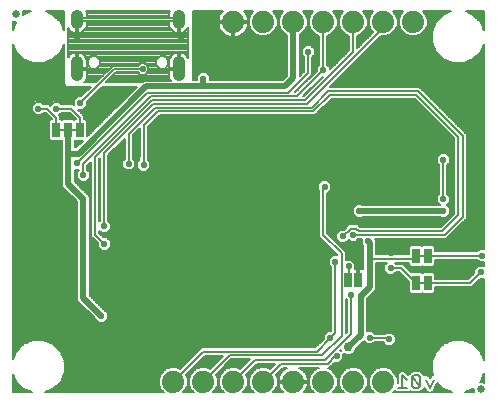
<source format=gbl>
G75*
%MOIN*%
%OFA0B0*%
%FSLAX25Y25*%
%IPPOS*%
%LPD*%
%AMOC8*
5,1,8,0,0,1.08239X$1,22.5*
%
%ADD10C,0.00800*%
%ADD11R,0.02500X0.05000*%
%ADD12R,0.01600X0.01000*%
%ADD13C,0.02500*%
%ADD14C,0.07400*%
%ADD15C,0.03937*%
%ADD16C,0.02000*%
%ADD17C,0.02200*%
%ADD18C,0.03000*%
%ADD19C,0.00600*%
D10*
X0178652Y0179800D02*
X0178842Y0179990D01*
X0179211Y0180541D01*
X0179464Y0181154D01*
X0179594Y0181805D01*
X0179594Y0183902D01*
X0176625Y0183902D01*
X0176625Y0184702D01*
X0175825Y0184702D01*
X0175825Y0189823D01*
X0175243Y0189707D01*
X0174630Y0189453D01*
X0174078Y0189084D01*
X0173609Y0188615D01*
X0173333Y0188202D01*
X0173333Y0197843D01*
X0173609Y0197431D01*
X0174078Y0196961D01*
X0174630Y0196593D01*
X0175243Y0196339D01*
X0175825Y0196223D01*
X0175825Y0200359D01*
X0176625Y0200359D01*
X0176625Y0196223D01*
X0177208Y0196339D01*
X0177821Y0196593D01*
X0178373Y0196961D01*
X0178842Y0197431D01*
X0179211Y0197982D01*
X0179464Y0198595D01*
X0179594Y0199246D01*
X0179594Y0200359D01*
X0176625Y0200359D01*
X0176625Y0201159D01*
X0179594Y0201159D01*
X0179594Y0202272D01*
X0179464Y0202923D01*
X0179211Y0203536D01*
X0179101Y0203700D01*
X0207366Y0203700D01*
X0207256Y0203536D01*
X0207002Y0202923D01*
X0206873Y0202272D01*
X0206873Y0201159D01*
X0209841Y0201159D01*
X0209841Y0200359D01*
X0206873Y0200359D01*
X0206873Y0199246D01*
X0207002Y0198595D01*
X0207256Y0197982D01*
X0207625Y0197431D01*
X0208094Y0196961D01*
X0208646Y0196593D01*
X0209259Y0196339D01*
X0209841Y0196223D01*
X0209841Y0200359D01*
X0210641Y0200359D01*
X0210641Y0196223D01*
X0211224Y0196339D01*
X0211837Y0196593D01*
X0212388Y0196961D01*
X0212858Y0197431D01*
X0213226Y0197982D01*
X0213333Y0198241D01*
X0213333Y0187805D01*
X0213226Y0188063D01*
X0212858Y0188615D01*
X0212388Y0189084D01*
X0211837Y0189453D01*
X0211224Y0189707D01*
X0210641Y0189823D01*
X0210641Y0184702D01*
X0209841Y0184702D01*
X0209841Y0183902D01*
X0206873Y0183902D01*
X0206873Y0181805D01*
X0207002Y0181154D01*
X0207256Y0180541D01*
X0207417Y0180300D01*
X0198597Y0180300D01*
X0198097Y0179800D01*
X0185789Y0179800D01*
X0189089Y0183100D01*
X0196546Y0183100D01*
X0197346Y0182300D01*
X0198920Y0182300D01*
X0200033Y0183413D01*
X0200033Y0184987D01*
X0198920Y0186100D01*
X0197346Y0186100D01*
X0196546Y0185300D01*
X0188178Y0185300D01*
X0182678Y0179800D01*
X0178652Y0179800D01*
X0179118Y0180403D02*
X0183281Y0180403D01*
X0184080Y0181202D02*
X0179474Y0181202D01*
X0179594Y0182001D02*
X0184878Y0182001D01*
X0185677Y0182799D02*
X0179594Y0182799D01*
X0179594Y0183598D02*
X0186475Y0183598D01*
X0187274Y0184396D02*
X0182803Y0184396D01*
X0182717Y0184309D02*
X0183935Y0185528D01*
X0183935Y0187250D01*
X0182717Y0188468D01*
X0180994Y0188468D01*
X0179776Y0187250D01*
X0179776Y0185528D01*
X0180994Y0184309D01*
X0182717Y0184309D01*
X0183602Y0185195D02*
X0188072Y0185195D01*
X0188788Y0182799D02*
X0196847Y0182799D01*
X0199419Y0182799D02*
X0206873Y0182799D01*
X0206873Y0182001D02*
X0187989Y0182001D01*
X0187191Y0181202D02*
X0206993Y0181202D01*
X0207348Y0180403D02*
X0186392Y0180403D01*
X0180907Y0184396D02*
X0176625Y0184396D01*
X0176625Y0184702D02*
X0179594Y0184702D01*
X0179594Y0186799D01*
X0179464Y0187450D01*
X0179211Y0188063D01*
X0178842Y0188615D01*
X0178373Y0189084D01*
X0177821Y0189453D01*
X0177208Y0189707D01*
X0176625Y0189823D01*
X0176625Y0184702D01*
X0176625Y0185195D02*
X0175825Y0185195D01*
X0175825Y0185993D02*
X0176625Y0185993D01*
X0176625Y0186792D02*
X0175825Y0186792D01*
X0175825Y0187590D02*
X0176625Y0187590D01*
X0176625Y0188389D02*
X0175825Y0188389D01*
X0175825Y0189187D02*
X0176625Y0189187D01*
X0178219Y0189187D02*
X0208248Y0189187D01*
X0208094Y0189084D02*
X0207625Y0188615D01*
X0207256Y0188063D01*
X0207002Y0187450D01*
X0206873Y0186799D01*
X0206873Y0184702D01*
X0209841Y0184702D01*
X0209841Y0189823D01*
X0209259Y0189707D01*
X0208646Y0189453D01*
X0208094Y0189084D01*
X0207473Y0188389D02*
X0205553Y0188389D01*
X0205473Y0188468D02*
X0203750Y0188468D01*
X0202532Y0187250D01*
X0202532Y0185528D01*
X0203750Y0184309D01*
X0205473Y0184309D01*
X0206691Y0185528D01*
X0206691Y0187250D01*
X0205473Y0188468D01*
X0206351Y0187590D02*
X0207060Y0187590D01*
X0206873Y0186792D02*
X0206691Y0186792D01*
X0206691Y0185993D02*
X0206873Y0185993D01*
X0206873Y0185195D02*
X0206358Y0185195D01*
X0205559Y0184396D02*
X0209841Y0184396D01*
X0209841Y0185195D02*
X0210641Y0185195D01*
X0210641Y0185993D02*
X0209841Y0185993D01*
X0209841Y0186792D02*
X0210641Y0186792D01*
X0210641Y0187590D02*
X0209841Y0187590D01*
X0209841Y0188389D02*
X0210641Y0188389D01*
X0210641Y0189187D02*
X0209841Y0189187D01*
X0212234Y0189187D02*
X0213333Y0189187D01*
X0213333Y0188389D02*
X0213009Y0188389D01*
X0213333Y0189986D02*
X0173333Y0189986D01*
X0173333Y0190784D02*
X0213333Y0190784D01*
X0213333Y0191583D02*
X0173333Y0191583D01*
X0173333Y0192381D02*
X0213333Y0192381D01*
X0213333Y0193180D02*
X0173333Y0193180D01*
X0173333Y0193978D02*
X0213333Y0193978D01*
X0213333Y0194777D02*
X0173333Y0194777D01*
X0173333Y0195575D02*
X0213333Y0195575D01*
X0213333Y0196374D02*
X0211308Y0196374D01*
X0210641Y0196374D02*
X0209841Y0196374D01*
X0209175Y0196374D02*
X0177292Y0196374D01*
X0176625Y0196374D02*
X0175825Y0196374D01*
X0175159Y0196374D02*
X0173333Y0196374D01*
X0173333Y0197172D02*
X0173867Y0197172D01*
X0175825Y0197172D02*
X0176625Y0197172D01*
X0176625Y0197971D02*
X0175825Y0197971D01*
X0175825Y0198769D02*
X0176625Y0198769D01*
X0176625Y0199568D02*
X0175825Y0199568D01*
X0176625Y0200366D02*
X0209841Y0200366D01*
X0209841Y0199568D02*
X0210641Y0199568D01*
X0210641Y0198769D02*
X0209841Y0198769D01*
X0209841Y0197971D02*
X0210641Y0197971D01*
X0210641Y0197172D02*
X0209841Y0197172D01*
X0207883Y0197172D02*
X0178584Y0197172D01*
X0179203Y0197971D02*
X0207264Y0197971D01*
X0206968Y0198769D02*
X0179499Y0198769D01*
X0179594Y0199568D02*
X0206873Y0199568D01*
X0206873Y0201165D02*
X0179594Y0201165D01*
X0179594Y0201963D02*
X0206873Y0201963D01*
X0206970Y0202762D02*
X0179497Y0202762D01*
X0179194Y0203560D02*
X0207273Y0203560D01*
X0213219Y0197971D02*
X0213333Y0197971D01*
X0213333Y0197172D02*
X0212599Y0197172D01*
X0203670Y0188389D02*
X0182797Y0188389D01*
X0183595Y0187590D02*
X0202872Y0187590D01*
X0202532Y0186792D02*
X0183935Y0186792D01*
X0183935Y0185993D02*
X0197239Y0185993D01*
X0199027Y0185993D02*
X0202532Y0185993D01*
X0202865Y0185195D02*
X0199826Y0185195D01*
X0200033Y0184396D02*
X0203663Y0184396D01*
X0206873Y0183598D02*
X0200033Y0183598D01*
X0180914Y0188389D02*
X0178993Y0188389D01*
X0179407Y0187590D02*
X0180116Y0187590D01*
X0179776Y0186792D02*
X0179594Y0186792D01*
X0179594Y0185993D02*
X0179776Y0185993D01*
X0179594Y0185195D02*
X0180109Y0185195D01*
X0173458Y0188389D02*
X0173333Y0188389D01*
X0173333Y0189187D02*
X0174232Y0189187D01*
X0284730Y0082104D02*
X0284730Y0077900D01*
X0286131Y0077900D02*
X0283329Y0077900D01*
X0286131Y0080702D02*
X0284730Y0082104D01*
X0287933Y0081403D02*
X0290735Y0078601D01*
X0290035Y0077900D01*
X0288634Y0077900D01*
X0287933Y0078601D01*
X0287933Y0081403D01*
X0288634Y0082104D01*
X0290035Y0082104D01*
X0290735Y0081403D01*
X0290735Y0078601D01*
X0292537Y0080702D02*
X0293938Y0077900D01*
X0295339Y0080702D01*
D11*
X0293333Y0112800D03*
X0289333Y0112800D03*
X0289333Y0121900D03*
X0293333Y0121900D03*
X0269933Y0113900D03*
X0266733Y0113900D03*
X0177333Y0163900D03*
X0173333Y0163900D03*
X0169333Y0163900D03*
D12*
X0171333Y0163900D03*
X0175333Y0163900D03*
X0291333Y0121900D03*
X0291333Y0112800D03*
D13*
X0310833Y0077500D03*
X0155833Y0202400D03*
D14*
X0228333Y0199900D03*
X0238333Y0199900D03*
X0248333Y0199900D03*
X0258333Y0199900D03*
X0268333Y0199900D03*
X0278333Y0199900D03*
X0288333Y0199900D03*
X0278333Y0080000D03*
X0268333Y0080000D03*
X0258333Y0080000D03*
X0248333Y0080000D03*
X0238333Y0080000D03*
X0228333Y0080000D03*
X0218333Y0080000D03*
X0208333Y0080000D03*
D15*
X0210241Y0186468D02*
X0210241Y0186468D01*
X0210241Y0182136D01*
X0210241Y0182136D01*
X0210241Y0186468D01*
X0210241Y0185876D02*
X0210241Y0185876D01*
X0210241Y0201940D02*
X0210241Y0201940D01*
X0210241Y0199578D01*
X0210241Y0199578D01*
X0210241Y0201940D01*
X0176225Y0201940D02*
X0176225Y0201940D01*
X0176225Y0199578D01*
X0176225Y0199578D01*
X0176225Y0201940D01*
X0176225Y0186468D02*
X0176225Y0186468D01*
X0176225Y0182136D01*
X0176225Y0182136D01*
X0176225Y0186468D01*
X0176225Y0185876D02*
X0176225Y0185876D01*
D16*
X0199342Y0178500D02*
X0176842Y0156000D01*
X0173333Y0156000D01*
X0173333Y0145869D01*
X0178333Y0140869D01*
X0178333Y0107900D01*
X0184333Y0101900D01*
X0173333Y0156000D02*
X0173333Y0163900D01*
X0199342Y0178500D02*
X0218333Y0178500D01*
X0218333Y0180900D01*
X0218333Y0178500D02*
X0245736Y0178500D01*
X0248333Y0181097D01*
X0248333Y0199900D01*
X0270333Y0136900D02*
X0298333Y0136900D01*
X0273833Y0126300D02*
X0273833Y0121000D01*
X0273833Y0111400D01*
X0270833Y0108400D01*
X0270833Y0095500D01*
X0266733Y0091400D01*
X0266633Y0091400D01*
X0273833Y0126300D02*
X0273333Y0126800D01*
D17*
X0273333Y0126800D03*
X0268333Y0128900D03*
X0264833Y0128433D03*
X0269333Y0121900D03*
X0266833Y0118400D03*
X0262333Y0119900D03*
X0251333Y0121400D03*
X0251333Y0116400D03*
X0251333Y0111400D03*
X0251333Y0106400D03*
X0251333Y0101400D03*
X0251333Y0096900D03*
X0243333Y0096900D03*
X0243333Y0101400D03*
X0243333Y0106400D03*
X0243333Y0111400D03*
X0243333Y0116400D03*
X0243333Y0121400D03*
X0243333Y0126400D03*
X0243333Y0131400D03*
X0243333Y0136400D03*
X0243333Y0141400D03*
X0243333Y0146400D03*
X0243333Y0151400D03*
X0243333Y0156400D03*
X0243333Y0161400D03*
X0243333Y0166400D03*
X0251333Y0166400D03*
X0251333Y0161400D03*
X0251333Y0156400D03*
X0251333Y0151400D03*
X0251333Y0146400D03*
X0251333Y0141400D03*
X0251333Y0136400D03*
X0251333Y0131400D03*
X0251333Y0126400D03*
X0233333Y0126400D03*
X0233333Y0121400D03*
X0233333Y0116400D03*
X0233333Y0111400D03*
X0233333Y0106400D03*
X0233333Y0101400D03*
X0233333Y0096900D03*
X0223333Y0096900D03*
X0215833Y0096900D03*
X0223333Y0101400D03*
X0223333Y0106400D03*
X0215833Y0106400D03*
X0215833Y0111400D03*
X0215833Y0116400D03*
X0223333Y0116400D03*
X0223333Y0111400D03*
X0223333Y0121400D03*
X0215833Y0121400D03*
X0215833Y0126400D03*
X0223333Y0126400D03*
X0223333Y0131400D03*
X0215833Y0131400D03*
X0215833Y0136400D03*
X0215833Y0141400D03*
X0223333Y0141400D03*
X0223333Y0136400D03*
X0223333Y0146400D03*
X0215833Y0146400D03*
X0215833Y0151400D03*
X0223333Y0151400D03*
X0223333Y0156400D03*
X0215833Y0156400D03*
X0215833Y0161400D03*
X0215833Y0166400D03*
X0223333Y0166400D03*
X0223333Y0161400D03*
X0233333Y0161400D03*
X0233333Y0166400D03*
X0233333Y0156400D03*
X0233333Y0151400D03*
X0233333Y0146400D03*
X0233333Y0141400D03*
X0233333Y0136400D03*
X0233333Y0131400D03*
X0209333Y0141400D03*
X0203333Y0143900D03*
X0209333Y0145400D03*
X0203333Y0147400D03*
X0198433Y0152200D03*
X0193533Y0152600D03*
X0188333Y0152400D03*
X0188333Y0148400D03*
X0178333Y0148900D03*
X0178333Y0144900D03*
X0178333Y0140869D03*
X0185333Y0131900D03*
X0185333Y0125900D03*
X0201333Y0119900D03*
X0184333Y0101900D03*
X0186833Y0093000D03*
X0186833Y0085000D03*
X0186833Y0079000D03*
X0180833Y0079000D03*
X0175333Y0079000D03*
X0180333Y0085000D03*
X0171333Y0096000D03*
X0171333Y0101400D03*
X0166333Y0101400D03*
X0161333Y0101400D03*
X0156333Y0101400D03*
X0156333Y0095900D03*
X0156333Y0108900D03*
X0161333Y0108900D03*
X0166333Y0108900D03*
X0171333Y0108900D03*
X0171333Y0116400D03*
X0166333Y0116400D03*
X0161333Y0116400D03*
X0156333Y0116400D03*
X0156333Y0122400D03*
X0161333Y0122400D03*
X0166333Y0123900D03*
X0171333Y0123900D03*
X0171333Y0128900D03*
X0166333Y0128900D03*
X0161333Y0133900D03*
X0156333Y0133900D03*
X0156333Y0141400D03*
X0161333Y0141400D03*
X0176239Y0152800D03*
X0156333Y0156400D03*
X0156333Y0163900D03*
X0156433Y0171900D03*
X0163333Y0171000D03*
X0169333Y0171000D03*
X0177333Y0172900D03*
X0170333Y0178900D03*
X0170333Y0183900D03*
X0163333Y0183900D03*
X0156333Y0183900D03*
X0156333Y0178900D03*
X0163333Y0178900D03*
X0176333Y0194900D03*
X0198133Y0184200D03*
X0192233Y0175800D03*
X0188333Y0176400D03*
X0203833Y0166400D03*
X0218333Y0180900D03*
X0210833Y0194900D03*
X0243333Y0189900D03*
X0243333Y0183900D03*
X0253333Y0189900D03*
X0258333Y0183900D03*
X0260833Y0171900D03*
X0265833Y0171900D03*
X0270833Y0171900D03*
X0275833Y0171900D03*
X0284833Y0171400D03*
X0288333Y0168900D03*
X0284833Y0166400D03*
X0287333Y0161900D03*
X0284833Y0156400D03*
X0290333Y0156400D03*
X0286333Y0151900D03*
X0280833Y0151900D03*
X0275833Y0151900D03*
X0276833Y0161900D03*
X0297333Y0159900D03*
X0298333Y0153900D03*
X0298333Y0140869D03*
X0298333Y0136900D03*
X0298333Y0133400D03*
X0280833Y0122900D03*
X0280833Y0117900D03*
X0282333Y0112900D03*
X0282333Y0107900D03*
X0282333Y0102900D03*
X0282333Y0097900D03*
X0280262Y0094171D03*
X0283333Y0090000D03*
X0283333Y0085000D03*
X0288333Y0085000D03*
X0293333Y0085000D03*
X0293333Y0090000D03*
X0288333Y0090000D03*
X0292333Y0097900D03*
X0292333Y0102900D03*
X0292333Y0107900D03*
X0302333Y0107900D03*
X0302333Y0102900D03*
X0302333Y0097900D03*
X0310833Y0116400D03*
X0311333Y0122000D03*
X0273833Y0094600D03*
X0262833Y0088500D03*
X0260697Y0094536D03*
X0267470Y0109036D03*
X0270833Y0108400D03*
X0270333Y0136900D03*
X0260833Y0141400D03*
X0258833Y0144900D03*
X0293333Y0176900D03*
X0283333Y0180400D03*
X0307333Y0180900D03*
X0307333Y0174900D03*
X0307333Y0168900D03*
X0201833Y0095000D03*
X0201833Y0087000D03*
X0201833Y0079000D03*
D18*
X0266633Y0091400D03*
D19*
X0161100Y0076400D02*
X0154833Y0076400D01*
X0154833Y0082525D01*
X0155873Y0080015D01*
X0158349Y0077540D01*
X0161100Y0076400D01*
X0160145Y0076796D02*
X0154833Y0076796D01*
X0154833Y0077394D02*
X0158700Y0077394D01*
X0158349Y0077540D02*
X0158349Y0077540D01*
X0157896Y0077993D02*
X0154833Y0077993D01*
X0154833Y0078591D02*
X0157297Y0078591D01*
X0156699Y0079190D02*
X0154833Y0079190D01*
X0154833Y0079788D02*
X0156100Y0079788D01*
X0155873Y0080015D02*
X0155873Y0080015D01*
X0155719Y0080387D02*
X0154833Y0080387D01*
X0154833Y0080985D02*
X0155471Y0080985D01*
X0155223Y0081584D02*
X0154833Y0081584D01*
X0154833Y0082182D02*
X0154975Y0082182D01*
X0154833Y0087475D02*
X0154833Y0192425D01*
X0155873Y0189915D01*
X0158349Y0187440D01*
X0161583Y0186100D01*
X0165084Y0186100D01*
X0168318Y0187440D01*
X0168318Y0187440D01*
X0170794Y0189915D01*
X0170794Y0189915D01*
X0171833Y0192425D01*
X0171833Y0179179D01*
X0172712Y0178300D01*
X0180753Y0178300D01*
X0177553Y0175100D01*
X0176422Y0175100D01*
X0175133Y0173811D01*
X0175133Y0172180D01*
X0174913Y0172400D01*
X0171045Y0172400D01*
X0170245Y0173200D01*
X0168422Y0173200D01*
X0167268Y0172046D01*
X0166913Y0172400D01*
X0165045Y0172400D01*
X0164245Y0173200D01*
X0162422Y0173200D01*
X0161133Y0171911D01*
X0161133Y0170089D01*
X0162422Y0168800D01*
X0164245Y0168800D01*
X0165045Y0169600D01*
X0165753Y0169600D01*
X0167853Y0167500D01*
X0167628Y0167500D01*
X0166983Y0166856D01*
X0166983Y0160944D01*
X0167628Y0160300D01*
X0171039Y0160300D01*
X0171233Y0160494D01*
X0171233Y0144999D01*
X0176133Y0140099D01*
X0176133Y0139957D01*
X0176233Y0139857D01*
X0176233Y0107030D01*
X0182133Y0101130D01*
X0182133Y0100989D01*
X0183422Y0099700D01*
X0185245Y0099700D01*
X0186533Y0100989D01*
X0186533Y0102811D01*
X0185245Y0104100D01*
X0185103Y0104100D01*
X0180433Y0108770D01*
X0180433Y0139857D01*
X0180533Y0139957D01*
X0180533Y0141780D01*
X0179245Y0143068D01*
X0179103Y0143068D01*
X0175433Y0146738D01*
X0175433Y0150600D01*
X0176922Y0150600D01*
X0176133Y0149811D01*
X0176133Y0147989D01*
X0177422Y0146700D01*
X0179245Y0146700D01*
X0180533Y0147989D01*
X0180533Y0149811D01*
X0179733Y0150611D01*
X0179733Y0152017D01*
X0180933Y0153217D01*
X0180933Y0128320D01*
X0181753Y0127500D01*
X0181753Y0127500D01*
X0183133Y0126120D01*
X0183133Y0124989D01*
X0184422Y0123700D01*
X0186245Y0123700D01*
X0187533Y0124989D01*
X0187533Y0126811D01*
X0186245Y0128100D01*
X0185113Y0128100D01*
X0183733Y0129480D01*
X0183733Y0130389D01*
X0184422Y0129700D01*
X0186245Y0129700D01*
X0187533Y0130989D01*
X0187533Y0132811D01*
X0186733Y0133611D01*
X0186733Y0155623D01*
X0192133Y0161023D01*
X0192133Y0154311D01*
X0191333Y0153511D01*
X0191333Y0151689D01*
X0192622Y0150400D01*
X0194445Y0150400D01*
X0195733Y0151689D01*
X0195733Y0153511D01*
X0194933Y0154311D01*
X0194933Y0162126D01*
X0197229Y0164422D01*
X0197229Y0155076D01*
X0197033Y0154880D01*
X0197033Y0153911D01*
X0196233Y0153111D01*
X0196233Y0151289D01*
X0197522Y0150000D01*
X0199345Y0150000D01*
X0200633Y0151289D01*
X0200633Y0153111D01*
X0199929Y0153816D01*
X0200029Y0153916D01*
X0200029Y0165024D01*
X0203756Y0168751D01*
X0255559Y0168751D01*
X0256379Y0169572D01*
X0261107Y0174300D01*
X0288756Y0174300D01*
X0301933Y0161123D01*
X0301933Y0135980D01*
X0297453Y0131500D01*
X0270683Y0131500D01*
X0269783Y0132400D01*
X0266884Y0132400D01*
X0265117Y0130633D01*
X0263922Y0130633D01*
X0262633Y0129344D01*
X0262633Y0127522D01*
X0263922Y0126233D01*
X0265745Y0126233D01*
X0266817Y0127305D01*
X0267422Y0126700D01*
X0269245Y0126700D01*
X0270045Y0127500D01*
X0271133Y0127500D01*
X0271133Y0125889D01*
X0271733Y0125289D01*
X0271733Y0117584D01*
X0271685Y0117611D01*
X0271354Y0117700D01*
X0270233Y0117700D01*
X0270233Y0114200D01*
X0269633Y0114200D01*
X0269633Y0117700D01*
X0269033Y0117700D01*
X0269033Y0119311D01*
X0267745Y0120600D01*
X0265922Y0120600D01*
X0265833Y0120511D01*
X0265833Y0123380D01*
X0265013Y0124200D01*
X0259733Y0129480D01*
X0259733Y0142700D01*
X0259745Y0142700D01*
X0261033Y0143989D01*
X0261033Y0145811D01*
X0259745Y0147100D01*
X0257922Y0147100D01*
X0256633Y0145811D01*
X0256633Y0143989D01*
X0256933Y0143689D01*
X0256933Y0128320D01*
X0263033Y0122220D01*
X0263033Y0122100D01*
X0261422Y0122100D01*
X0260133Y0120811D01*
X0260133Y0118989D01*
X0260933Y0118189D01*
X0260933Y0096753D01*
X0260917Y0096736D01*
X0259786Y0096736D01*
X0258497Y0095448D01*
X0258497Y0094316D01*
X0255581Y0091400D01*
X0217753Y0091400D01*
X0216933Y0090580D01*
X0210607Y0084254D01*
X0209288Y0084800D01*
X0207379Y0084800D01*
X0205614Y0084069D01*
X0204264Y0082719D01*
X0203533Y0080955D01*
X0203533Y0079045D01*
X0204264Y0077281D01*
X0205145Y0076400D01*
X0165567Y0076400D01*
X0168318Y0077540D01*
X0168318Y0077540D01*
X0170794Y0080015D01*
X0170794Y0080015D01*
X0170794Y0080015D01*
X0172133Y0083250D01*
X0172133Y0086750D01*
X0170794Y0089985D01*
X0168318Y0092460D01*
X0165084Y0093800D01*
X0161583Y0093800D01*
X0158349Y0092460D01*
X0158349Y0092460D01*
X0155873Y0089985D01*
X0155873Y0089985D01*
X0154833Y0087475D01*
X0154833Y0087569D02*
X0154872Y0087569D01*
X0154833Y0088167D02*
X0155120Y0088167D01*
X0155368Y0088766D02*
X0154833Y0088766D01*
X0154833Y0089364D02*
X0155616Y0089364D01*
X0155864Y0089963D02*
X0154833Y0089963D01*
X0154833Y0090561D02*
X0156450Y0090561D01*
X0157048Y0091160D02*
X0154833Y0091160D01*
X0154833Y0091758D02*
X0157647Y0091758D01*
X0158245Y0092357D02*
X0154833Y0092357D01*
X0154833Y0092955D02*
X0159544Y0092955D01*
X0160989Y0093554D02*
X0154833Y0093554D01*
X0154833Y0094152D02*
X0258333Y0094152D01*
X0258497Y0094751D02*
X0154833Y0094751D01*
X0154833Y0095349D02*
X0258497Y0095349D01*
X0258997Y0095948D02*
X0154833Y0095948D01*
X0154833Y0096546D02*
X0259596Y0096546D01*
X0260933Y0097145D02*
X0154833Y0097145D01*
X0154833Y0097743D02*
X0260933Y0097743D01*
X0260933Y0098342D02*
X0154833Y0098342D01*
X0154833Y0098940D02*
X0260933Y0098940D01*
X0260933Y0099539D02*
X0154833Y0099539D01*
X0154833Y0100137D02*
X0182985Y0100137D01*
X0182386Y0100736D02*
X0154833Y0100736D01*
X0154833Y0101334D02*
X0181929Y0101334D01*
X0181330Y0101933D02*
X0154833Y0101933D01*
X0154833Y0102532D02*
X0180732Y0102532D01*
X0180133Y0103130D02*
X0154833Y0103130D01*
X0154833Y0103729D02*
X0179535Y0103729D01*
X0178936Y0104327D02*
X0154833Y0104327D01*
X0154833Y0104926D02*
X0178338Y0104926D01*
X0177739Y0105524D02*
X0154833Y0105524D01*
X0154833Y0106123D02*
X0177141Y0106123D01*
X0176542Y0106721D02*
X0154833Y0106721D01*
X0154833Y0107320D02*
X0176233Y0107320D01*
X0176233Y0107918D02*
X0154833Y0107918D01*
X0154833Y0108517D02*
X0176233Y0108517D01*
X0176233Y0109115D02*
X0154833Y0109115D01*
X0154833Y0109714D02*
X0176233Y0109714D01*
X0176233Y0110312D02*
X0154833Y0110312D01*
X0154833Y0110911D02*
X0176233Y0110911D01*
X0176233Y0111509D02*
X0154833Y0111509D01*
X0154833Y0112108D02*
X0176233Y0112108D01*
X0176233Y0112706D02*
X0154833Y0112706D01*
X0154833Y0113305D02*
X0176233Y0113305D01*
X0176233Y0113903D02*
X0154833Y0113903D01*
X0154833Y0114502D02*
X0176233Y0114502D01*
X0176233Y0115100D02*
X0154833Y0115100D01*
X0154833Y0115699D02*
X0176233Y0115699D01*
X0176233Y0116297D02*
X0154833Y0116297D01*
X0154833Y0116896D02*
X0176233Y0116896D01*
X0176233Y0117494D02*
X0154833Y0117494D01*
X0154833Y0118093D02*
X0176233Y0118093D01*
X0176233Y0118691D02*
X0154833Y0118691D01*
X0154833Y0119290D02*
X0176233Y0119290D01*
X0176233Y0119888D02*
X0154833Y0119888D01*
X0154833Y0120487D02*
X0176233Y0120487D01*
X0176233Y0121085D02*
X0154833Y0121085D01*
X0154833Y0121684D02*
X0176233Y0121684D01*
X0176233Y0122282D02*
X0154833Y0122282D01*
X0154833Y0122881D02*
X0176233Y0122881D01*
X0176233Y0123479D02*
X0154833Y0123479D01*
X0154833Y0124078D02*
X0176233Y0124078D01*
X0176233Y0124676D02*
X0154833Y0124676D01*
X0154833Y0125275D02*
X0176233Y0125275D01*
X0176233Y0125873D02*
X0154833Y0125873D01*
X0154833Y0126472D02*
X0176233Y0126472D01*
X0176233Y0127070D02*
X0154833Y0127070D01*
X0154833Y0127669D02*
X0176233Y0127669D01*
X0176233Y0128268D02*
X0154833Y0128268D01*
X0154833Y0128866D02*
X0176233Y0128866D01*
X0176233Y0129465D02*
X0154833Y0129465D01*
X0154833Y0130063D02*
X0176233Y0130063D01*
X0176233Y0130662D02*
X0154833Y0130662D01*
X0154833Y0131260D02*
X0176233Y0131260D01*
X0176233Y0131859D02*
X0154833Y0131859D01*
X0154833Y0132457D02*
X0176233Y0132457D01*
X0176233Y0133056D02*
X0154833Y0133056D01*
X0154833Y0133654D02*
X0176233Y0133654D01*
X0176233Y0134253D02*
X0154833Y0134253D01*
X0154833Y0134851D02*
X0176233Y0134851D01*
X0176233Y0135450D02*
X0154833Y0135450D01*
X0154833Y0136048D02*
X0176233Y0136048D01*
X0176233Y0136647D02*
X0154833Y0136647D01*
X0154833Y0137245D02*
X0176233Y0137245D01*
X0176233Y0137844D02*
X0154833Y0137844D01*
X0154833Y0138442D02*
X0176233Y0138442D01*
X0176233Y0139041D02*
X0154833Y0139041D01*
X0154833Y0139639D02*
X0176233Y0139639D01*
X0175994Y0140238D02*
X0154833Y0140238D01*
X0154833Y0140836D02*
X0175396Y0140836D01*
X0174797Y0141435D02*
X0154833Y0141435D01*
X0154833Y0142033D02*
X0174199Y0142033D01*
X0173600Y0142632D02*
X0154833Y0142632D01*
X0154833Y0143230D02*
X0173002Y0143230D01*
X0172403Y0143829D02*
X0154833Y0143829D01*
X0154833Y0144427D02*
X0171805Y0144427D01*
X0171233Y0145026D02*
X0154833Y0145026D01*
X0154833Y0145624D02*
X0171233Y0145624D01*
X0171233Y0146223D02*
X0154833Y0146223D01*
X0154833Y0146821D02*
X0171233Y0146821D01*
X0171233Y0147420D02*
X0154833Y0147420D01*
X0154833Y0148018D02*
X0171233Y0148018D01*
X0171233Y0148617D02*
X0154833Y0148617D01*
X0154833Y0149215D02*
X0171233Y0149215D01*
X0171233Y0149814D02*
X0154833Y0149814D01*
X0154833Y0150412D02*
X0171233Y0150412D01*
X0171233Y0151011D02*
X0154833Y0151011D01*
X0154833Y0151609D02*
X0171233Y0151609D01*
X0171233Y0152208D02*
X0154833Y0152208D01*
X0154833Y0152806D02*
X0171233Y0152806D01*
X0171233Y0153405D02*
X0154833Y0153405D01*
X0154833Y0154003D02*
X0171233Y0154003D01*
X0171233Y0154602D02*
X0154833Y0154602D01*
X0154833Y0155201D02*
X0171233Y0155201D01*
X0171233Y0155799D02*
X0154833Y0155799D01*
X0154833Y0156398D02*
X0171233Y0156398D01*
X0171233Y0156996D02*
X0154833Y0156996D01*
X0154833Y0157595D02*
X0171233Y0157595D01*
X0171233Y0158193D02*
X0154833Y0158193D01*
X0154833Y0158792D02*
X0171233Y0158792D01*
X0171233Y0159390D02*
X0154833Y0159390D01*
X0154833Y0159989D02*
X0171233Y0159989D01*
X0167341Y0160587D02*
X0154833Y0160587D01*
X0154833Y0161186D02*
X0166983Y0161186D01*
X0166983Y0161784D02*
X0154833Y0161784D01*
X0154833Y0162383D02*
X0166983Y0162383D01*
X0166983Y0162981D02*
X0154833Y0162981D01*
X0154833Y0163580D02*
X0166983Y0163580D01*
X0166983Y0164178D02*
X0154833Y0164178D01*
X0154833Y0164777D02*
X0166983Y0164777D01*
X0166983Y0165375D02*
X0154833Y0165375D01*
X0154833Y0165974D02*
X0166983Y0165974D01*
X0166983Y0166572D02*
X0154833Y0166572D01*
X0154833Y0167171D02*
X0167298Y0167171D01*
X0167584Y0167769D02*
X0154833Y0167769D01*
X0154833Y0168368D02*
X0166986Y0168368D01*
X0166387Y0168966D02*
X0164411Y0168966D01*
X0165009Y0169565D02*
X0165789Y0169565D01*
X0166333Y0171000D02*
X0169333Y0168000D01*
X0169333Y0163900D01*
X0170733Y0167500D02*
X0170733Y0168580D01*
X0170379Y0168934D01*
X0171045Y0169600D01*
X0173753Y0169600D01*
X0175853Y0167500D01*
X0175628Y0167500D01*
X0175333Y0167206D01*
X0175039Y0167500D01*
X0171628Y0167500D01*
X0171333Y0167206D01*
X0171039Y0167500D01*
X0170733Y0167500D01*
X0170733Y0167769D02*
X0175584Y0167769D01*
X0174986Y0168368D02*
X0170733Y0168368D01*
X0170411Y0168966D02*
X0174387Y0168966D01*
X0173789Y0169565D02*
X0171009Y0169565D01*
X0169333Y0171000D02*
X0174333Y0171000D01*
X0177333Y0168000D01*
X0177333Y0163900D01*
X0179683Y0164178D02*
X0182050Y0164178D01*
X0181452Y0163580D02*
X0179683Y0163580D01*
X0179683Y0162981D02*
X0180853Y0162981D01*
X0180255Y0162383D02*
X0179683Y0162383D01*
X0179683Y0161811D02*
X0179683Y0166856D01*
X0179039Y0167500D01*
X0178733Y0167500D01*
X0178733Y0168580D01*
X0177913Y0169400D01*
X0176613Y0170700D01*
X0178245Y0170700D01*
X0179533Y0171989D01*
X0179533Y0173120D01*
X0184713Y0178300D01*
X0196172Y0178300D01*
X0179683Y0161811D01*
X0178172Y0160300D02*
X0175628Y0160300D01*
X0175433Y0160494D01*
X0175433Y0158100D01*
X0175972Y0158100D01*
X0178172Y0160300D01*
X0177861Y0159989D02*
X0175433Y0159989D01*
X0175433Y0159390D02*
X0177262Y0159390D01*
X0176664Y0158792D02*
X0175433Y0158792D01*
X0175433Y0158193D02*
X0176065Y0158193D01*
X0176239Y0152800D02*
X0199739Y0176300D01*
X0246733Y0176300D01*
X0253333Y0182900D01*
X0253333Y0189900D01*
X0251133Y0189914D02*
X0250433Y0189914D01*
X0250433Y0189316D02*
X0251133Y0189316D01*
X0251133Y0188989D02*
X0251933Y0188189D01*
X0251933Y0183480D01*
X0250433Y0181980D01*
X0250433Y0195574D01*
X0251052Y0195831D01*
X0252403Y0197181D01*
X0253133Y0198945D01*
X0253133Y0200855D01*
X0252403Y0202619D01*
X0251622Y0203400D01*
X0255045Y0203400D01*
X0254264Y0202619D01*
X0253533Y0200855D01*
X0253533Y0198945D01*
X0254264Y0197181D01*
X0255614Y0195831D01*
X0256933Y0195284D01*
X0256933Y0185611D01*
X0256133Y0184811D01*
X0256133Y0183680D01*
X0248953Y0176500D01*
X0248913Y0176500D01*
X0253913Y0181500D01*
X0254733Y0182320D01*
X0254733Y0188189D01*
X0255533Y0188989D01*
X0255533Y0190811D01*
X0254245Y0192100D01*
X0252422Y0192100D01*
X0251133Y0190811D01*
X0251133Y0188989D01*
X0251405Y0188717D02*
X0250433Y0188717D01*
X0250433Y0188119D02*
X0251933Y0188119D01*
X0251933Y0187520D02*
X0250433Y0187520D01*
X0250433Y0186922D02*
X0251933Y0186922D01*
X0251933Y0186323D02*
X0250433Y0186323D01*
X0250433Y0185725D02*
X0251933Y0185725D01*
X0251933Y0185126D02*
X0250433Y0185126D01*
X0250433Y0184528D02*
X0251933Y0184528D01*
X0251933Y0183929D02*
X0250433Y0183929D01*
X0250433Y0183331D02*
X0251784Y0183331D01*
X0251185Y0182732D02*
X0250433Y0182732D01*
X0250433Y0182134D02*
X0250587Y0182134D01*
X0252751Y0180338D02*
X0252791Y0180338D01*
X0253350Y0180937D02*
X0253390Y0180937D01*
X0253948Y0181535D02*
X0253988Y0181535D01*
X0254547Y0182134D02*
X0254587Y0182134D01*
X0254733Y0182732D02*
X0255185Y0182732D01*
X0254733Y0183331D02*
X0255784Y0183331D01*
X0256133Y0183929D02*
X0254733Y0183929D01*
X0254733Y0184528D02*
X0256133Y0184528D01*
X0256448Y0185126D02*
X0254733Y0185126D01*
X0254733Y0185725D02*
X0256933Y0185725D01*
X0256933Y0186323D02*
X0254733Y0186323D01*
X0254733Y0186922D02*
X0256933Y0186922D01*
X0256933Y0187520D02*
X0254733Y0187520D01*
X0254733Y0188119D02*
X0256933Y0188119D01*
X0256933Y0188717D02*
X0255262Y0188717D01*
X0255533Y0189316D02*
X0256933Y0189316D01*
X0256933Y0189914D02*
X0255533Y0189914D01*
X0255533Y0190513D02*
X0256933Y0190513D01*
X0256933Y0191111D02*
X0255233Y0191111D01*
X0254635Y0191710D02*
X0256933Y0191710D01*
X0256933Y0192308D02*
X0250433Y0192308D01*
X0250433Y0191710D02*
X0252032Y0191710D01*
X0251433Y0191111D02*
X0250433Y0191111D01*
X0250433Y0190513D02*
X0251133Y0190513D01*
X0250433Y0192907D02*
X0256933Y0192907D01*
X0256933Y0193505D02*
X0250433Y0193505D01*
X0250433Y0194104D02*
X0256933Y0194104D01*
X0256933Y0194702D02*
X0250433Y0194702D01*
X0250433Y0195301D02*
X0256894Y0195301D01*
X0255546Y0195899D02*
X0251121Y0195899D01*
X0251719Y0196498D02*
X0254947Y0196498D01*
X0254349Y0197096D02*
X0252318Y0197096D01*
X0252615Y0197695D02*
X0254051Y0197695D01*
X0253803Y0198293D02*
X0252863Y0198293D01*
X0253111Y0198892D02*
X0253555Y0198892D01*
X0253533Y0199490D02*
X0253133Y0199490D01*
X0253133Y0200089D02*
X0253533Y0200089D01*
X0253533Y0200687D02*
X0253133Y0200687D01*
X0252955Y0201286D02*
X0253712Y0201286D01*
X0253960Y0201884D02*
X0252707Y0201884D01*
X0252459Y0202483D02*
X0254208Y0202483D01*
X0254727Y0203081D02*
X0251940Y0203081D01*
X0245045Y0203400D02*
X0244264Y0202619D01*
X0243533Y0200855D01*
X0243533Y0198945D01*
X0244264Y0197181D01*
X0245614Y0195831D01*
X0246233Y0195574D01*
X0246233Y0181967D01*
X0244866Y0180600D01*
X0220533Y0180600D01*
X0220533Y0181811D01*
X0219245Y0183100D01*
X0217422Y0183100D01*
X0216133Y0181811D01*
X0216133Y0180600D01*
X0214833Y0180600D01*
X0214833Y0203400D01*
X0224762Y0203400D01*
X0224520Y0203157D01*
X0224057Y0202521D01*
X0223700Y0201819D01*
X0223456Y0201071D01*
X0223333Y0200294D01*
X0223333Y0200200D01*
X0228033Y0200200D01*
X0228033Y0199600D01*
X0223333Y0199600D01*
X0223333Y0199506D01*
X0223456Y0198729D01*
X0223700Y0197981D01*
X0224057Y0197279D01*
X0224520Y0196643D01*
X0225076Y0196086D01*
X0225713Y0195624D01*
X0226414Y0195266D01*
X0227162Y0195023D01*
X0227940Y0194900D01*
X0228033Y0194900D01*
X0228033Y0199600D01*
X0228633Y0199600D01*
X0228633Y0194900D01*
X0228727Y0194900D01*
X0229504Y0195023D01*
X0230253Y0195266D01*
X0230954Y0195624D01*
X0231591Y0196086D01*
X0232147Y0196643D01*
X0232610Y0197279D01*
X0232967Y0197981D01*
X0233210Y0198729D01*
X0233333Y0199506D01*
X0233333Y0199600D01*
X0228633Y0199600D01*
X0228633Y0200200D01*
X0233333Y0200200D01*
X0233333Y0200294D01*
X0233210Y0201071D01*
X0232967Y0201819D01*
X0232610Y0202521D01*
X0232147Y0203157D01*
X0231904Y0203400D01*
X0235045Y0203400D01*
X0234264Y0202619D01*
X0233533Y0200855D01*
X0233533Y0198945D01*
X0234264Y0197181D01*
X0235614Y0195831D01*
X0237379Y0195100D01*
X0239288Y0195100D01*
X0241052Y0195831D01*
X0242403Y0197181D01*
X0243133Y0198945D01*
X0243133Y0200855D01*
X0242403Y0202619D01*
X0241622Y0203400D01*
X0245045Y0203400D01*
X0244727Y0203081D02*
X0241940Y0203081D01*
X0242459Y0202483D02*
X0244208Y0202483D01*
X0243960Y0201884D02*
X0242707Y0201884D01*
X0242955Y0201286D02*
X0243712Y0201286D01*
X0243533Y0200687D02*
X0243133Y0200687D01*
X0243133Y0200089D02*
X0243533Y0200089D01*
X0243533Y0199490D02*
X0243133Y0199490D01*
X0243111Y0198892D02*
X0243555Y0198892D01*
X0243803Y0198293D02*
X0242863Y0198293D01*
X0242615Y0197695D02*
X0244051Y0197695D01*
X0244349Y0197096D02*
X0242318Y0197096D01*
X0241719Y0196498D02*
X0244947Y0196498D01*
X0245546Y0195899D02*
X0241121Y0195899D01*
X0239773Y0195301D02*
X0246233Y0195301D01*
X0246233Y0194702D02*
X0214833Y0194702D01*
X0214833Y0194104D02*
X0246233Y0194104D01*
X0246233Y0193505D02*
X0214833Y0193505D01*
X0214833Y0192907D02*
X0246233Y0192907D01*
X0246233Y0192308D02*
X0214833Y0192308D01*
X0214833Y0191710D02*
X0246233Y0191710D01*
X0246233Y0191111D02*
X0214833Y0191111D01*
X0214833Y0190513D02*
X0246233Y0190513D01*
X0246233Y0189914D02*
X0214833Y0189914D01*
X0214833Y0189316D02*
X0246233Y0189316D01*
X0246233Y0188717D02*
X0214833Y0188717D01*
X0214833Y0188119D02*
X0246233Y0188119D01*
X0246233Y0187520D02*
X0214833Y0187520D01*
X0214833Y0186922D02*
X0246233Y0186922D01*
X0246233Y0186323D02*
X0214833Y0186323D01*
X0214833Y0185725D02*
X0246233Y0185725D01*
X0246233Y0185126D02*
X0214833Y0185126D01*
X0214833Y0184528D02*
X0246233Y0184528D01*
X0246233Y0183929D02*
X0214833Y0183929D01*
X0214833Y0183331D02*
X0246233Y0183331D01*
X0246233Y0182732D02*
X0219613Y0182732D01*
X0220211Y0182134D02*
X0246233Y0182134D01*
X0245801Y0181535D02*
X0220533Y0181535D01*
X0220533Y0180937D02*
X0245203Y0180937D01*
X0250357Y0177944D02*
X0250397Y0177944D01*
X0250956Y0178542D02*
X0250996Y0178542D01*
X0251554Y0179141D02*
X0251594Y0179141D01*
X0252153Y0179739D02*
X0252193Y0179739D01*
X0254357Y0177944D02*
X0254397Y0177944D01*
X0254956Y0178542D02*
X0254996Y0178542D01*
X0255554Y0179141D02*
X0255594Y0179141D01*
X0256153Y0179739D02*
X0256193Y0179739D01*
X0256751Y0180338D02*
X0256791Y0180338D01*
X0257350Y0180937D02*
X0257390Y0180937D01*
X0257948Y0181535D02*
X0257988Y0181535D01*
X0258113Y0181700D02*
X0258153Y0181700D01*
X0251753Y0175300D01*
X0251713Y0175300D01*
X0258113Y0181700D01*
X0258333Y0183900D02*
X0258333Y0199900D01*
X0261622Y0203400D02*
X0265045Y0203400D01*
X0264264Y0202619D01*
X0263533Y0200855D01*
X0263533Y0198945D01*
X0264264Y0197181D01*
X0265614Y0195831D01*
X0266933Y0195284D01*
X0266933Y0190480D01*
X0260533Y0184080D01*
X0260533Y0184811D01*
X0259733Y0185611D01*
X0259733Y0195284D01*
X0261052Y0195831D01*
X0262403Y0197181D01*
X0263133Y0198945D01*
X0263133Y0200855D01*
X0262403Y0202619D01*
X0261622Y0203400D01*
X0261940Y0203081D02*
X0264727Y0203081D01*
X0264208Y0202483D02*
X0262459Y0202483D01*
X0262707Y0201884D02*
X0263960Y0201884D01*
X0263712Y0201286D02*
X0262955Y0201286D01*
X0263133Y0200687D02*
X0263533Y0200687D01*
X0263533Y0200089D02*
X0263133Y0200089D01*
X0263133Y0199490D02*
X0263533Y0199490D01*
X0263555Y0198892D02*
X0263111Y0198892D01*
X0262863Y0198293D02*
X0263803Y0198293D01*
X0264051Y0197695D02*
X0262615Y0197695D01*
X0262318Y0197096D02*
X0264349Y0197096D01*
X0264947Y0196498D02*
X0261719Y0196498D01*
X0261121Y0195899D02*
X0265546Y0195899D01*
X0266894Y0195301D02*
X0259773Y0195301D01*
X0259733Y0194702D02*
X0266933Y0194702D01*
X0266933Y0194104D02*
X0259733Y0194104D01*
X0259733Y0193505D02*
X0266933Y0193505D01*
X0266933Y0192907D02*
X0259733Y0192907D01*
X0259733Y0192308D02*
X0266933Y0192308D01*
X0266933Y0191710D02*
X0259733Y0191710D01*
X0259733Y0191111D02*
X0266933Y0191111D01*
X0266933Y0190513D02*
X0259733Y0190513D01*
X0259733Y0189914D02*
X0266368Y0189914D01*
X0265769Y0189316D02*
X0259733Y0189316D01*
X0259733Y0188717D02*
X0265171Y0188717D01*
X0264572Y0188119D02*
X0259733Y0188119D01*
X0259733Y0187520D02*
X0263974Y0187520D01*
X0263375Y0186922D02*
X0259733Y0186922D01*
X0259733Y0186323D02*
X0262777Y0186323D01*
X0262178Y0185725D02*
X0259733Y0185725D01*
X0260219Y0185126D02*
X0261580Y0185126D01*
X0260981Y0184528D02*
X0260533Y0184528D01*
X0258333Y0183900D02*
X0249533Y0175100D01*
X0200836Y0175100D01*
X0178333Y0152597D01*
X0178333Y0148900D01*
X0176734Y0150412D02*
X0175433Y0150412D01*
X0175433Y0149814D02*
X0176136Y0149814D01*
X0176133Y0149215D02*
X0175433Y0149215D01*
X0175433Y0148617D02*
X0176133Y0148617D01*
X0176133Y0148018D02*
X0175433Y0148018D01*
X0175433Y0147420D02*
X0176702Y0147420D01*
X0177301Y0146821D02*
X0175433Y0146821D01*
X0175949Y0146223D02*
X0180933Y0146223D01*
X0180933Y0146821D02*
X0179366Y0146821D01*
X0179964Y0147420D02*
X0180933Y0147420D01*
X0180933Y0148018D02*
X0180533Y0148018D01*
X0180533Y0148617D02*
X0180933Y0148617D01*
X0180933Y0149215D02*
X0180533Y0149215D01*
X0180531Y0149814D02*
X0180933Y0149814D01*
X0180933Y0150412D02*
X0179932Y0150412D01*
X0179733Y0151011D02*
X0180933Y0151011D01*
X0180933Y0151609D02*
X0179733Y0151609D01*
X0179924Y0152208D02*
X0180933Y0152208D01*
X0180933Y0152806D02*
X0180523Y0152806D01*
X0182333Y0154900D02*
X0201333Y0173900D01*
X0252333Y0173900D01*
X0268333Y0189900D01*
X0268333Y0199900D01*
X0271622Y0203400D02*
X0275045Y0203400D01*
X0274264Y0202619D01*
X0273533Y0200855D01*
X0273533Y0198945D01*
X0274264Y0197181D01*
X0274949Y0196496D01*
X0269733Y0191280D01*
X0269733Y0195284D01*
X0271052Y0195831D01*
X0272403Y0197181D01*
X0273133Y0198945D01*
X0273133Y0200855D01*
X0272403Y0202619D01*
X0271622Y0203400D01*
X0271940Y0203081D02*
X0274727Y0203081D01*
X0274208Y0202483D02*
X0272459Y0202483D01*
X0272707Y0201884D02*
X0273960Y0201884D01*
X0273712Y0201286D02*
X0272955Y0201286D01*
X0273133Y0200687D02*
X0273533Y0200687D01*
X0273533Y0200089D02*
X0273133Y0200089D01*
X0273133Y0199490D02*
X0273533Y0199490D01*
X0273555Y0198892D02*
X0273111Y0198892D01*
X0272863Y0198293D02*
X0273803Y0198293D01*
X0274051Y0197695D02*
X0272615Y0197695D01*
X0272318Y0197096D02*
X0274349Y0197096D01*
X0274947Y0196498D02*
X0271719Y0196498D01*
X0271121Y0195899D02*
X0274353Y0195899D01*
X0273754Y0195301D02*
X0269773Y0195301D01*
X0269733Y0194702D02*
X0273156Y0194702D01*
X0272557Y0194104D02*
X0269733Y0194104D01*
X0269733Y0193505D02*
X0271959Y0193505D01*
X0271360Y0192907D02*
X0269733Y0192907D01*
X0269733Y0192308D02*
X0270762Y0192308D01*
X0270163Y0191710D02*
X0269733Y0191710D01*
X0271729Y0189316D02*
X0296473Y0189316D01*
X0297071Y0188717D02*
X0271130Y0188717D01*
X0270532Y0188119D02*
X0297670Y0188119D01*
X0298268Y0187520D02*
X0269933Y0187520D01*
X0269335Y0186922D02*
X0299599Y0186922D01*
X0298349Y0187440D02*
X0301583Y0186100D01*
X0305084Y0186100D01*
X0308318Y0187440D01*
X0308318Y0187440D01*
X0310794Y0189915D01*
X0310794Y0189915D01*
X0311933Y0192667D01*
X0311933Y0124200D01*
X0310422Y0124200D01*
X0309622Y0123400D01*
X0295683Y0123400D01*
X0295683Y0124856D01*
X0295039Y0125500D01*
X0291628Y0125500D01*
X0291333Y0125206D01*
X0291039Y0125500D01*
X0287628Y0125500D01*
X0286983Y0124856D01*
X0286983Y0122400D01*
X0275933Y0122400D01*
X0275933Y0127170D01*
X0275603Y0127500D01*
X0299413Y0127500D01*
X0305413Y0133500D01*
X0306233Y0134320D01*
X0306233Y0162480D01*
X0291233Y0177480D01*
X0290413Y0178300D01*
X0260713Y0178300D01*
X0277513Y0195100D01*
X0279288Y0195100D01*
X0281052Y0195831D01*
X0282403Y0197181D01*
X0283133Y0198945D01*
X0283133Y0200855D01*
X0282403Y0202619D01*
X0281622Y0203400D01*
X0285045Y0203400D01*
X0284264Y0202619D01*
X0283533Y0200855D01*
X0283533Y0198945D01*
X0284264Y0197181D01*
X0285614Y0195831D01*
X0287379Y0195100D01*
X0289288Y0195100D01*
X0291052Y0195831D01*
X0292403Y0197181D01*
X0293133Y0198945D01*
X0293133Y0200855D01*
X0292403Y0202619D01*
X0291622Y0203400D01*
X0300859Y0203400D01*
X0298349Y0202360D01*
X0298349Y0202360D01*
X0295873Y0199885D01*
X0295873Y0199885D01*
X0294533Y0196650D01*
X0294533Y0193150D01*
X0295873Y0189915D01*
X0298349Y0187440D01*
X0298349Y0187440D01*
X0301044Y0186323D02*
X0268736Y0186323D01*
X0268138Y0185725D02*
X0311933Y0185725D01*
X0311933Y0186323D02*
X0305622Y0186323D01*
X0307067Y0186922D02*
X0311933Y0186922D01*
X0311933Y0187520D02*
X0308399Y0187520D01*
X0308997Y0188119D02*
X0311933Y0188119D01*
X0311933Y0188717D02*
X0309596Y0188717D01*
X0310194Y0189316D02*
X0311933Y0189316D01*
X0311933Y0189914D02*
X0310793Y0189914D01*
X0311041Y0190513D02*
X0311933Y0190513D01*
X0311933Y0191111D02*
X0311289Y0191111D01*
X0311537Y0191710D02*
X0311933Y0191710D01*
X0311933Y0192308D02*
X0311785Y0192308D01*
X0311933Y0197133D02*
X0310794Y0199885D01*
X0308318Y0202360D01*
X0305808Y0203400D01*
X0311933Y0203400D01*
X0311933Y0197133D01*
X0311933Y0197695D02*
X0311701Y0197695D01*
X0311933Y0198293D02*
X0311453Y0198293D01*
X0311205Y0198892D02*
X0311933Y0198892D01*
X0311933Y0199490D02*
X0310957Y0199490D01*
X0310794Y0199885D02*
X0310794Y0199885D01*
X0310590Y0200089D02*
X0311933Y0200089D01*
X0311933Y0200687D02*
X0309991Y0200687D01*
X0309393Y0201286D02*
X0311933Y0201286D01*
X0311933Y0201884D02*
X0308794Y0201884D01*
X0308318Y0202360D02*
X0308318Y0202360D01*
X0308022Y0202483D02*
X0311933Y0202483D01*
X0311933Y0203081D02*
X0306577Y0203081D01*
X0300090Y0203081D02*
X0291940Y0203081D01*
X0292459Y0202483D02*
X0298645Y0202483D01*
X0297873Y0201884D02*
X0292707Y0201884D01*
X0292955Y0201286D02*
X0297274Y0201286D01*
X0296676Y0200687D02*
X0293133Y0200687D01*
X0293133Y0200089D02*
X0296077Y0200089D01*
X0295710Y0199490D02*
X0293133Y0199490D01*
X0293111Y0198892D02*
X0295462Y0198892D01*
X0295214Y0198293D02*
X0292863Y0198293D01*
X0292615Y0197695D02*
X0294966Y0197695D01*
X0294718Y0197096D02*
X0292318Y0197096D01*
X0291719Y0196498D02*
X0294533Y0196498D01*
X0294533Y0195899D02*
X0291121Y0195899D01*
X0289773Y0195301D02*
X0294533Y0195301D01*
X0294533Y0194702D02*
X0277115Y0194702D01*
X0276517Y0194104D02*
X0294533Y0194104D01*
X0294533Y0193505D02*
X0275918Y0193505D01*
X0275320Y0192907D02*
X0294634Y0192907D01*
X0294882Y0192308D02*
X0274721Y0192308D01*
X0274123Y0191710D02*
X0295130Y0191710D01*
X0295378Y0191111D02*
X0273524Y0191111D01*
X0272926Y0190513D02*
X0295626Y0190513D01*
X0295873Y0189915D02*
X0295873Y0189915D01*
X0295874Y0189914D02*
X0272327Y0189914D01*
X0267539Y0185126D02*
X0311933Y0185126D01*
X0311933Y0184528D02*
X0266941Y0184528D01*
X0266342Y0183929D02*
X0311933Y0183929D01*
X0311933Y0183331D02*
X0265744Y0183331D01*
X0265145Y0182732D02*
X0311933Y0182732D01*
X0311933Y0182134D02*
X0264547Y0182134D01*
X0263948Y0181535D02*
X0311933Y0181535D01*
X0311933Y0180937D02*
X0263350Y0180937D01*
X0262751Y0180338D02*
X0311933Y0180338D01*
X0311933Y0179739D02*
X0262153Y0179739D01*
X0261554Y0179141D02*
X0311933Y0179141D01*
X0311933Y0178542D02*
X0260956Y0178542D01*
X0260030Y0176900D02*
X0289833Y0176900D01*
X0304833Y0161900D01*
X0304833Y0134900D01*
X0298833Y0128900D01*
X0268333Y0128900D01*
X0270103Y0130100D02*
X0298033Y0130100D01*
X0303333Y0135400D01*
X0303333Y0161703D01*
X0289336Y0175700D01*
X0260527Y0175700D01*
X0254979Y0170151D01*
X0203176Y0170151D01*
X0198629Y0165604D01*
X0198629Y0154496D01*
X0198433Y0154300D01*
X0198433Y0152200D01*
X0196233Y0152208D02*
X0195733Y0152208D01*
X0195733Y0152806D02*
X0196233Y0152806D01*
X0196527Y0153405D02*
X0195733Y0153405D01*
X0195241Y0154003D02*
X0197033Y0154003D01*
X0197033Y0154602D02*
X0194933Y0154602D01*
X0194933Y0155201D02*
X0197229Y0155201D01*
X0197229Y0155799D02*
X0194933Y0155799D01*
X0194933Y0156398D02*
X0197229Y0156398D01*
X0197229Y0156996D02*
X0194933Y0156996D01*
X0194933Y0157595D02*
X0197229Y0157595D01*
X0197229Y0158193D02*
X0194933Y0158193D01*
X0194933Y0158792D02*
X0197229Y0158792D01*
X0197229Y0159390D02*
X0194933Y0159390D01*
X0194933Y0159989D02*
X0197229Y0159989D01*
X0197229Y0160587D02*
X0194933Y0160587D01*
X0194933Y0161186D02*
X0197229Y0161186D01*
X0197229Y0161784D02*
X0194933Y0161784D01*
X0195190Y0162383D02*
X0197229Y0162383D01*
X0197229Y0162981D02*
X0195789Y0162981D01*
X0196387Y0163580D02*
X0197229Y0163580D01*
X0197229Y0164178D02*
X0196986Y0164178D01*
X0200029Y0164178D02*
X0298878Y0164178D01*
X0299477Y0163580D02*
X0200029Y0163580D01*
X0200029Y0162981D02*
X0300075Y0162981D01*
X0300674Y0162383D02*
X0200029Y0162383D01*
X0200029Y0161784D02*
X0301272Y0161784D01*
X0301871Y0161186D02*
X0200029Y0161186D01*
X0200029Y0160587D02*
X0301933Y0160587D01*
X0301933Y0159989D02*
X0200029Y0159989D01*
X0200029Y0159390D02*
X0301933Y0159390D01*
X0301933Y0158792D02*
X0200029Y0158792D01*
X0200029Y0158193D02*
X0301933Y0158193D01*
X0301933Y0157595D02*
X0200029Y0157595D01*
X0200029Y0156996D02*
X0301933Y0156996D01*
X0301933Y0156398D02*
X0200029Y0156398D01*
X0200029Y0155799D02*
X0297121Y0155799D01*
X0297422Y0156100D02*
X0296133Y0154811D01*
X0296133Y0152989D01*
X0296933Y0152189D01*
X0296933Y0142580D01*
X0296133Y0141780D01*
X0296133Y0139957D01*
X0297091Y0139000D01*
X0271345Y0139000D01*
X0271245Y0139100D01*
X0269422Y0139100D01*
X0268133Y0137811D01*
X0268133Y0135989D01*
X0269422Y0134700D01*
X0271245Y0134700D01*
X0271345Y0134800D01*
X0297322Y0134800D01*
X0297422Y0134700D01*
X0299245Y0134700D01*
X0300533Y0135989D01*
X0300533Y0137811D01*
X0299460Y0138884D01*
X0300533Y0139957D01*
X0300533Y0141780D01*
X0299733Y0142580D01*
X0299733Y0152189D01*
X0300533Y0152989D01*
X0300533Y0154811D01*
X0299245Y0156100D01*
X0297422Y0156100D01*
X0296523Y0155201D02*
X0200029Y0155201D01*
X0200029Y0154602D02*
X0296133Y0154602D01*
X0296133Y0154003D02*
X0200029Y0154003D01*
X0200340Y0153405D02*
X0296133Y0153405D01*
X0296316Y0152806D02*
X0200633Y0152806D01*
X0200633Y0152208D02*
X0296914Y0152208D01*
X0296933Y0151609D02*
X0200633Y0151609D01*
X0200356Y0151011D02*
X0296933Y0151011D01*
X0296933Y0150412D02*
X0199757Y0150412D01*
X0197110Y0150412D02*
X0194457Y0150412D01*
X0195056Y0151011D02*
X0196511Y0151011D01*
X0196233Y0151609D02*
X0195654Y0151609D01*
X0193533Y0152600D02*
X0193533Y0162706D01*
X0202179Y0171351D01*
X0254482Y0171351D01*
X0260030Y0176900D01*
X0260562Y0173754D02*
X0289302Y0173754D01*
X0289900Y0173156D02*
X0259963Y0173156D01*
X0259365Y0172557D02*
X0290499Y0172557D01*
X0291098Y0171959D02*
X0258766Y0171959D01*
X0258168Y0171360D02*
X0291696Y0171360D01*
X0292295Y0170762D02*
X0257569Y0170762D01*
X0256971Y0170163D02*
X0292893Y0170163D01*
X0293492Y0169565D02*
X0256372Y0169565D01*
X0256379Y0169572D02*
X0256379Y0169572D01*
X0255774Y0168966D02*
X0294090Y0168966D01*
X0294689Y0168368D02*
X0203372Y0168368D01*
X0202774Y0167769D02*
X0295287Y0167769D01*
X0295886Y0167171D02*
X0202175Y0167171D01*
X0201577Y0166572D02*
X0296484Y0166572D01*
X0297083Y0165974D02*
X0200978Y0165974D01*
X0200380Y0165375D02*
X0297681Y0165375D01*
X0298280Y0164777D02*
X0200029Y0164777D01*
X0192133Y0160587D02*
X0191697Y0160587D01*
X0192133Y0159989D02*
X0191099Y0159989D01*
X0190500Y0159390D02*
X0192133Y0159390D01*
X0192133Y0158792D02*
X0189902Y0158792D01*
X0189303Y0158193D02*
X0192133Y0158193D01*
X0192133Y0157595D02*
X0188705Y0157595D01*
X0188106Y0156996D02*
X0192133Y0156996D01*
X0192133Y0156398D02*
X0187508Y0156398D01*
X0186909Y0155799D02*
X0192133Y0155799D01*
X0192133Y0155201D02*
X0186733Y0155201D01*
X0186733Y0154602D02*
X0192133Y0154602D01*
X0191826Y0154003D02*
X0186733Y0154003D01*
X0186733Y0153405D02*
X0191333Y0153405D01*
X0191333Y0152806D02*
X0186733Y0152806D01*
X0186733Y0152208D02*
X0191333Y0152208D01*
X0191413Y0151609D02*
X0186733Y0151609D01*
X0186733Y0151011D02*
X0192011Y0151011D01*
X0192610Y0150412D02*
X0186733Y0150412D01*
X0186733Y0149814D02*
X0296933Y0149814D01*
X0296933Y0149215D02*
X0186733Y0149215D01*
X0186733Y0148617D02*
X0296933Y0148617D01*
X0296933Y0148018D02*
X0186733Y0148018D01*
X0186733Y0147420D02*
X0296933Y0147420D01*
X0296933Y0146821D02*
X0260023Y0146821D01*
X0260622Y0146223D02*
X0296933Y0146223D01*
X0296933Y0145624D02*
X0261033Y0145624D01*
X0261033Y0145026D02*
X0296933Y0145026D01*
X0296933Y0144427D02*
X0261033Y0144427D01*
X0260873Y0143829D02*
X0296933Y0143829D01*
X0296933Y0143230D02*
X0260275Y0143230D01*
X0259733Y0142632D02*
X0296933Y0142632D01*
X0296387Y0142033D02*
X0259733Y0142033D01*
X0259733Y0141435D02*
X0296133Y0141435D01*
X0296133Y0140836D02*
X0259733Y0140836D01*
X0259733Y0140238D02*
X0296133Y0140238D01*
X0296451Y0139639D02*
X0259733Y0139639D01*
X0259733Y0139041D02*
X0269363Y0139041D01*
X0268764Y0138442D02*
X0259733Y0138442D01*
X0259733Y0137844D02*
X0268166Y0137844D01*
X0268133Y0137245D02*
X0259733Y0137245D01*
X0259733Y0136647D02*
X0268133Y0136647D01*
X0268133Y0136048D02*
X0259733Y0136048D01*
X0259733Y0135450D02*
X0268672Y0135450D01*
X0269271Y0134851D02*
X0259733Y0134851D01*
X0259733Y0134253D02*
X0300206Y0134253D01*
X0300805Y0134851D02*
X0299396Y0134851D01*
X0299994Y0135450D02*
X0301403Y0135450D01*
X0301933Y0136048D02*
X0300533Y0136048D01*
X0300533Y0136647D02*
X0301933Y0136647D01*
X0301933Y0137245D02*
X0300533Y0137245D01*
X0300501Y0137844D02*
X0301933Y0137844D01*
X0301933Y0138442D02*
X0299902Y0138442D01*
X0299617Y0139041D02*
X0301933Y0139041D01*
X0301933Y0139639D02*
X0300215Y0139639D01*
X0300533Y0140238D02*
X0301933Y0140238D01*
X0301933Y0140836D02*
X0300533Y0140836D01*
X0300533Y0141435D02*
X0301933Y0141435D01*
X0301933Y0142033D02*
X0300280Y0142033D01*
X0299733Y0142632D02*
X0301933Y0142632D01*
X0301933Y0143230D02*
X0299733Y0143230D01*
X0299733Y0143829D02*
X0301933Y0143829D01*
X0301933Y0144427D02*
X0299733Y0144427D01*
X0299733Y0145026D02*
X0301933Y0145026D01*
X0301933Y0145624D02*
X0299733Y0145624D01*
X0299733Y0146223D02*
X0301933Y0146223D01*
X0301933Y0146821D02*
X0299733Y0146821D01*
X0299733Y0147420D02*
X0301933Y0147420D01*
X0301933Y0148018D02*
X0299733Y0148018D01*
X0299733Y0148617D02*
X0301933Y0148617D01*
X0301933Y0149215D02*
X0299733Y0149215D01*
X0299733Y0149814D02*
X0301933Y0149814D01*
X0301933Y0150412D02*
X0299733Y0150412D01*
X0299733Y0151011D02*
X0301933Y0151011D01*
X0301933Y0151609D02*
X0299733Y0151609D01*
X0299753Y0152208D02*
X0301933Y0152208D01*
X0301933Y0152806D02*
X0300351Y0152806D01*
X0300533Y0153405D02*
X0301933Y0153405D01*
X0301933Y0154003D02*
X0300533Y0154003D01*
X0300533Y0154602D02*
X0301933Y0154602D01*
X0301933Y0155201D02*
X0300144Y0155201D01*
X0299546Y0155799D02*
X0301933Y0155799D01*
X0298333Y0153900D02*
X0298333Y0140869D01*
X0297050Y0139041D02*
X0271304Y0139041D01*
X0270324Y0131859D02*
X0297812Y0131859D01*
X0298411Y0132457D02*
X0259733Y0132457D01*
X0259733Y0131859D02*
X0266342Y0131859D01*
X0265744Y0131260D02*
X0259733Y0131260D01*
X0259733Y0130662D02*
X0265145Y0130662D01*
X0263352Y0130063D02*
X0259733Y0130063D01*
X0259749Y0129465D02*
X0262754Y0129465D01*
X0262633Y0128866D02*
X0260347Y0128866D01*
X0260946Y0128268D02*
X0262633Y0128268D01*
X0262633Y0127669D02*
X0261544Y0127669D01*
X0262143Y0127070D02*
X0263085Y0127070D01*
X0262741Y0126472D02*
X0263683Y0126472D01*
X0263340Y0125873D02*
X0271149Y0125873D01*
X0271133Y0126472D02*
X0265984Y0126472D01*
X0266582Y0127070D02*
X0267052Y0127070D01*
X0264897Y0128433D02*
X0264833Y0128433D01*
X0264897Y0128433D02*
X0267463Y0131000D01*
X0269203Y0131000D01*
X0270103Y0130100D01*
X0269615Y0127070D02*
X0271133Y0127070D01*
X0271733Y0125275D02*
X0263938Y0125275D01*
X0264537Y0124676D02*
X0271733Y0124676D01*
X0271733Y0124078D02*
X0265135Y0124078D01*
X0265734Y0123479D02*
X0271733Y0123479D01*
X0271733Y0122881D02*
X0265833Y0122881D01*
X0265833Y0122282D02*
X0271733Y0122282D01*
X0271733Y0121684D02*
X0265833Y0121684D01*
X0265833Y0121085D02*
X0271733Y0121085D01*
X0271733Y0120487D02*
X0267858Y0120487D01*
X0268456Y0119888D02*
X0271733Y0119888D01*
X0271733Y0119290D02*
X0269033Y0119290D01*
X0269033Y0118691D02*
X0271733Y0118691D01*
X0271733Y0118093D02*
X0269033Y0118093D01*
X0269633Y0117494D02*
X0270233Y0117494D01*
X0270233Y0116896D02*
X0269633Y0116896D01*
X0269633Y0116297D02*
X0270233Y0116297D01*
X0270233Y0115699D02*
X0269633Y0115699D01*
X0269633Y0115100D02*
X0270233Y0115100D01*
X0270233Y0114502D02*
X0269633Y0114502D01*
X0266833Y0114000D02*
X0266833Y0118400D01*
X0262333Y0119900D02*
X0262333Y0096173D01*
X0260697Y0094536D01*
X0256161Y0090000D01*
X0218333Y0090000D01*
X0208333Y0080000D01*
X0203969Y0077993D02*
X0168771Y0077993D01*
X0169369Y0078591D02*
X0203721Y0078591D01*
X0203533Y0079190D02*
X0169968Y0079190D01*
X0170566Y0079788D02*
X0203533Y0079788D01*
X0203533Y0080387D02*
X0170947Y0080387D01*
X0171195Y0080985D02*
X0203546Y0080985D01*
X0203794Y0081584D02*
X0171443Y0081584D01*
X0171691Y0082182D02*
X0204042Y0082182D01*
X0204326Y0082781D02*
X0171939Y0082781D01*
X0172133Y0083379D02*
X0204924Y0083379D01*
X0205523Y0083978D02*
X0172133Y0083978D01*
X0172133Y0084576D02*
X0206838Y0084576D01*
X0209828Y0084576D02*
X0210930Y0084576D01*
X0211528Y0085175D02*
X0172133Y0085175D01*
X0172133Y0085773D02*
X0212127Y0085773D01*
X0212725Y0086372D02*
X0172133Y0086372D01*
X0172042Y0086970D02*
X0213324Y0086970D01*
X0213922Y0087569D02*
X0171794Y0087569D01*
X0171546Y0088167D02*
X0214521Y0088167D01*
X0215119Y0088766D02*
X0171299Y0088766D01*
X0171051Y0089364D02*
X0215718Y0089364D01*
X0216316Y0089963D02*
X0170803Y0089963D01*
X0170794Y0089985D02*
X0170794Y0089985D01*
X0170217Y0090561D02*
X0216915Y0090561D01*
X0216933Y0090580D02*
X0216933Y0090580D01*
X0217513Y0091160D02*
X0169619Y0091160D01*
X0169020Y0091758D02*
X0255939Y0091758D01*
X0256537Y0092357D02*
X0168422Y0092357D01*
X0168318Y0092460D02*
X0168318Y0092460D01*
X0167123Y0092955D02*
X0257136Y0092955D01*
X0257734Y0093554D02*
X0165678Y0093554D01*
X0184278Y0104926D02*
X0260933Y0104926D01*
X0260933Y0105524D02*
X0183679Y0105524D01*
X0183081Y0106123D02*
X0260933Y0106123D01*
X0260933Y0106721D02*
X0182482Y0106721D01*
X0181884Y0107320D02*
X0260933Y0107320D01*
X0260933Y0107918D02*
X0181285Y0107918D01*
X0180687Y0108517D02*
X0260933Y0108517D01*
X0260933Y0109115D02*
X0180433Y0109115D01*
X0180433Y0109714D02*
X0260933Y0109714D01*
X0260933Y0110312D02*
X0180433Y0110312D01*
X0180433Y0110911D02*
X0260933Y0110911D01*
X0260933Y0111509D02*
X0180433Y0111509D01*
X0180433Y0112108D02*
X0260933Y0112108D01*
X0260933Y0112706D02*
X0180433Y0112706D01*
X0180433Y0113305D02*
X0260933Y0113305D01*
X0260933Y0113903D02*
X0180433Y0113903D01*
X0180433Y0114502D02*
X0260933Y0114502D01*
X0260933Y0115100D02*
X0180433Y0115100D01*
X0180433Y0115699D02*
X0260933Y0115699D01*
X0260933Y0116297D02*
X0180433Y0116297D01*
X0180433Y0116896D02*
X0260933Y0116896D01*
X0260933Y0117494D02*
X0180433Y0117494D01*
X0180433Y0118093D02*
X0260933Y0118093D01*
X0260431Y0118691D02*
X0180433Y0118691D01*
X0180433Y0119290D02*
X0260133Y0119290D01*
X0260133Y0119888D02*
X0180433Y0119888D01*
X0180433Y0120487D02*
X0260133Y0120487D01*
X0260407Y0121085D02*
X0180433Y0121085D01*
X0180433Y0121684D02*
X0261006Y0121684D01*
X0262373Y0122881D02*
X0180433Y0122881D01*
X0180433Y0123479D02*
X0261774Y0123479D01*
X0261175Y0124078D02*
X0186623Y0124078D01*
X0187221Y0124676D02*
X0260577Y0124676D01*
X0259978Y0125275D02*
X0187533Y0125275D01*
X0187533Y0125873D02*
X0259380Y0125873D01*
X0258781Y0126472D02*
X0187533Y0126472D01*
X0187274Y0127070D02*
X0258183Y0127070D01*
X0257584Y0127669D02*
X0186676Y0127669D01*
X0184946Y0128268D02*
X0256986Y0128268D01*
X0256933Y0128866D02*
X0184347Y0128866D01*
X0183749Y0129465D02*
X0256933Y0129465D01*
X0256933Y0130063D02*
X0186608Y0130063D01*
X0187206Y0130662D02*
X0256933Y0130662D01*
X0256933Y0131260D02*
X0187533Y0131260D01*
X0187533Y0131859D02*
X0256933Y0131859D01*
X0256933Y0132457D02*
X0187533Y0132457D01*
X0187289Y0133056D02*
X0256933Y0133056D01*
X0256933Y0133654D02*
X0186733Y0133654D01*
X0186733Y0134253D02*
X0256933Y0134253D01*
X0256933Y0134851D02*
X0186733Y0134851D01*
X0186733Y0135450D02*
X0256933Y0135450D01*
X0256933Y0136048D02*
X0186733Y0136048D01*
X0186733Y0136647D02*
X0256933Y0136647D01*
X0256933Y0137245D02*
X0186733Y0137245D01*
X0186733Y0137844D02*
X0256933Y0137844D01*
X0256933Y0138442D02*
X0186733Y0138442D01*
X0186733Y0139041D02*
X0256933Y0139041D01*
X0256933Y0139639D02*
X0186733Y0139639D01*
X0186733Y0140238D02*
X0256933Y0140238D01*
X0256933Y0140836D02*
X0186733Y0140836D01*
X0186733Y0141435D02*
X0256933Y0141435D01*
X0256933Y0142033D02*
X0186733Y0142033D01*
X0186733Y0142632D02*
X0256933Y0142632D01*
X0256933Y0143230D02*
X0186733Y0143230D01*
X0186733Y0143829D02*
X0256793Y0143829D01*
X0256633Y0144427D02*
X0186733Y0144427D01*
X0186733Y0145026D02*
X0256633Y0145026D01*
X0256633Y0145624D02*
X0186733Y0145624D01*
X0186733Y0146223D02*
X0257045Y0146223D01*
X0257643Y0146821D02*
X0186733Y0146821D01*
X0183933Y0146821D02*
X0183733Y0146821D01*
X0183733Y0146223D02*
X0183933Y0146223D01*
X0183933Y0145624D02*
X0183733Y0145624D01*
X0183733Y0145026D02*
X0183933Y0145026D01*
X0183933Y0144427D02*
X0183733Y0144427D01*
X0183733Y0143829D02*
X0183933Y0143829D01*
X0183933Y0143230D02*
X0183733Y0143230D01*
X0183733Y0142632D02*
X0183933Y0142632D01*
X0183933Y0142033D02*
X0183733Y0142033D01*
X0183733Y0141435D02*
X0183933Y0141435D01*
X0183933Y0140836D02*
X0183733Y0140836D01*
X0183733Y0140238D02*
X0183933Y0140238D01*
X0183933Y0139639D02*
X0183733Y0139639D01*
X0183733Y0139041D02*
X0183933Y0139041D01*
X0183933Y0138442D02*
X0183733Y0138442D01*
X0183733Y0137844D02*
X0183933Y0137844D01*
X0183933Y0137245D02*
X0183733Y0137245D01*
X0183733Y0136647D02*
X0183933Y0136647D01*
X0183933Y0136048D02*
X0183733Y0136048D01*
X0183733Y0135450D02*
X0183933Y0135450D01*
X0183933Y0134851D02*
X0183733Y0134851D01*
X0183733Y0134253D02*
X0183933Y0134253D01*
X0183933Y0133654D02*
X0183733Y0133654D01*
X0183933Y0133611D02*
X0183733Y0133411D01*
X0183733Y0154320D01*
X0183933Y0154520D01*
X0183933Y0133611D01*
X0185333Y0131900D02*
X0185333Y0156203D01*
X0201682Y0172551D01*
X0252985Y0172551D01*
X0278333Y0197900D01*
X0278333Y0199900D01*
X0282707Y0201884D02*
X0283960Y0201884D01*
X0283712Y0201286D02*
X0282955Y0201286D01*
X0283133Y0200687D02*
X0283533Y0200687D01*
X0283533Y0200089D02*
X0283133Y0200089D01*
X0283133Y0199490D02*
X0283533Y0199490D01*
X0283555Y0198892D02*
X0283111Y0198892D01*
X0282863Y0198293D02*
X0283803Y0198293D01*
X0284051Y0197695D02*
X0282615Y0197695D01*
X0282318Y0197096D02*
X0284349Y0197096D01*
X0284947Y0196498D02*
X0281719Y0196498D01*
X0281121Y0195899D02*
X0285546Y0195899D01*
X0286894Y0195301D02*
X0279773Y0195301D01*
X0282459Y0202483D02*
X0284208Y0202483D01*
X0284727Y0203081D02*
X0281940Y0203081D01*
X0290769Y0177944D02*
X0311933Y0177944D01*
X0311933Y0177345D02*
X0291368Y0177345D01*
X0291966Y0176747D02*
X0311933Y0176747D01*
X0311933Y0176148D02*
X0292565Y0176148D01*
X0293163Y0175550D02*
X0311933Y0175550D01*
X0311933Y0174951D02*
X0293762Y0174951D01*
X0294360Y0174353D02*
X0311933Y0174353D01*
X0311933Y0173754D02*
X0294959Y0173754D01*
X0295557Y0173156D02*
X0311933Y0173156D01*
X0311933Y0172557D02*
X0296156Y0172557D01*
X0296754Y0171959D02*
X0311933Y0171959D01*
X0311933Y0171360D02*
X0297353Y0171360D01*
X0297951Y0170762D02*
X0311933Y0170762D01*
X0311933Y0170163D02*
X0298550Y0170163D01*
X0299148Y0169565D02*
X0311933Y0169565D01*
X0311933Y0168966D02*
X0299747Y0168966D01*
X0300345Y0168368D02*
X0311933Y0168368D01*
X0311933Y0167769D02*
X0300944Y0167769D01*
X0301542Y0167171D02*
X0311933Y0167171D01*
X0311933Y0166572D02*
X0302141Y0166572D01*
X0302739Y0165974D02*
X0311933Y0165974D01*
X0311933Y0165375D02*
X0303338Y0165375D01*
X0303937Y0164777D02*
X0311933Y0164777D01*
X0311933Y0164178D02*
X0304535Y0164178D01*
X0305134Y0163580D02*
X0311933Y0163580D01*
X0311933Y0162981D02*
X0305732Y0162981D01*
X0306233Y0162383D02*
X0311933Y0162383D01*
X0311933Y0161784D02*
X0306233Y0161784D01*
X0306233Y0161186D02*
X0311933Y0161186D01*
X0311933Y0160587D02*
X0306233Y0160587D01*
X0306233Y0159989D02*
X0311933Y0159989D01*
X0311933Y0159390D02*
X0306233Y0159390D01*
X0306233Y0158792D02*
X0311933Y0158792D01*
X0311933Y0158193D02*
X0306233Y0158193D01*
X0306233Y0157595D02*
X0311933Y0157595D01*
X0311933Y0156996D02*
X0306233Y0156996D01*
X0306233Y0156398D02*
X0311933Y0156398D01*
X0311933Y0155799D02*
X0306233Y0155799D01*
X0306233Y0155201D02*
X0311933Y0155201D01*
X0311933Y0154602D02*
X0306233Y0154602D01*
X0306233Y0154003D02*
X0311933Y0154003D01*
X0311933Y0153405D02*
X0306233Y0153405D01*
X0306233Y0152806D02*
X0311933Y0152806D01*
X0311933Y0152208D02*
X0306233Y0152208D01*
X0306233Y0151609D02*
X0311933Y0151609D01*
X0311933Y0151011D02*
X0306233Y0151011D01*
X0306233Y0150412D02*
X0311933Y0150412D01*
X0311933Y0149814D02*
X0306233Y0149814D01*
X0306233Y0149215D02*
X0311933Y0149215D01*
X0311933Y0148617D02*
X0306233Y0148617D01*
X0306233Y0148018D02*
X0311933Y0148018D01*
X0311933Y0147420D02*
X0306233Y0147420D01*
X0306233Y0146821D02*
X0311933Y0146821D01*
X0311933Y0146223D02*
X0306233Y0146223D01*
X0306233Y0145624D02*
X0311933Y0145624D01*
X0311933Y0145026D02*
X0306233Y0145026D01*
X0306233Y0144427D02*
X0311933Y0144427D01*
X0311933Y0143829D02*
X0306233Y0143829D01*
X0306233Y0143230D02*
X0311933Y0143230D01*
X0311933Y0142632D02*
X0306233Y0142632D01*
X0306233Y0142033D02*
X0311933Y0142033D01*
X0311933Y0141435D02*
X0306233Y0141435D01*
X0306233Y0140836D02*
X0311933Y0140836D01*
X0311933Y0140238D02*
X0306233Y0140238D01*
X0306233Y0139639D02*
X0311933Y0139639D01*
X0311933Y0139041D02*
X0306233Y0139041D01*
X0306233Y0138442D02*
X0311933Y0138442D01*
X0311933Y0137844D02*
X0306233Y0137844D01*
X0306233Y0137245D02*
X0311933Y0137245D01*
X0311933Y0136647D02*
X0306233Y0136647D01*
X0306233Y0136048D02*
X0311933Y0136048D01*
X0311933Y0135450D02*
X0306233Y0135450D01*
X0306233Y0134851D02*
X0311933Y0134851D01*
X0311933Y0134253D02*
X0306166Y0134253D01*
X0305567Y0133654D02*
X0311933Y0133654D01*
X0311933Y0133056D02*
X0304969Y0133056D01*
X0304370Y0132457D02*
X0311933Y0132457D01*
X0311933Y0131859D02*
X0303772Y0131859D01*
X0303173Y0131260D02*
X0311933Y0131260D01*
X0311933Y0130662D02*
X0302575Y0130662D01*
X0301976Y0130063D02*
X0311933Y0130063D01*
X0311933Y0129465D02*
X0301378Y0129465D01*
X0300779Y0128866D02*
X0311933Y0128866D01*
X0311933Y0128268D02*
X0300181Y0128268D01*
X0299582Y0127669D02*
X0311933Y0127669D01*
X0311933Y0127070D02*
X0275933Y0127070D01*
X0275933Y0126472D02*
X0311933Y0126472D01*
X0311933Y0125873D02*
X0275933Y0125873D01*
X0275933Y0125275D02*
X0287403Y0125275D01*
X0286983Y0124676D02*
X0275933Y0124676D01*
X0275933Y0124078D02*
X0286983Y0124078D01*
X0286983Y0123479D02*
X0275933Y0123479D01*
X0275933Y0122881D02*
X0286983Y0122881D01*
X0288433Y0121000D02*
X0273833Y0121000D01*
X0275933Y0119600D02*
X0279422Y0119600D01*
X0278633Y0118811D01*
X0278633Y0116989D01*
X0279922Y0115700D01*
X0281745Y0115700D01*
X0282545Y0116500D01*
X0283653Y0116500D01*
X0286983Y0113170D01*
X0286983Y0109844D01*
X0287628Y0109200D01*
X0291039Y0109200D01*
X0291333Y0109494D01*
X0291628Y0109200D01*
X0295039Y0109200D01*
X0295683Y0109844D01*
X0295683Y0111400D01*
X0307813Y0111400D01*
X0308633Y0112220D01*
X0310613Y0114200D01*
X0311745Y0114200D01*
X0311933Y0114389D01*
X0311933Y0087233D01*
X0310794Y0089985D01*
X0308318Y0092460D01*
X0305084Y0093800D01*
X0301583Y0093800D01*
X0298349Y0092460D01*
X0295873Y0089985D01*
X0295873Y0089985D01*
X0295873Y0089985D01*
X0294533Y0086750D01*
X0294533Y0083250D01*
X0294983Y0082165D01*
X0294275Y0081929D01*
X0293938Y0081254D01*
X0293601Y0081929D01*
X0292422Y0082322D01*
X0292099Y0082161D01*
X0291535Y0082725D01*
X0291045Y0083214D01*
X0290656Y0083604D01*
X0288012Y0083604D01*
X0287612Y0083203D01*
X0287134Y0082725D01*
X0286682Y0082273D01*
X0286230Y0082725D01*
X0285352Y0083604D01*
X0284109Y0083604D01*
X0283230Y0082725D01*
X0283230Y0079400D01*
X0283133Y0079400D01*
X0283133Y0080955D01*
X0282403Y0082719D01*
X0281052Y0084069D01*
X0279288Y0084800D01*
X0277379Y0084800D01*
X0275614Y0084069D01*
X0274264Y0082719D01*
X0273533Y0080955D01*
X0273533Y0079045D01*
X0274264Y0077281D01*
X0275145Y0076400D01*
X0271522Y0076400D01*
X0272403Y0077281D01*
X0273133Y0079045D01*
X0273133Y0080955D01*
X0272403Y0082719D01*
X0271052Y0084069D01*
X0269288Y0084800D01*
X0267379Y0084800D01*
X0265614Y0084069D01*
X0264264Y0082719D01*
X0263533Y0080955D01*
X0263533Y0079045D01*
X0264264Y0077281D01*
X0265145Y0076400D01*
X0261522Y0076400D01*
X0262403Y0077281D01*
X0263133Y0079045D01*
X0263133Y0080955D01*
X0262403Y0082719D01*
X0261052Y0084069D01*
X0259771Y0084600D01*
X0260413Y0084600D01*
X0261233Y0085420D01*
X0262113Y0086300D01*
X0263745Y0086300D01*
X0265033Y0087589D01*
X0265033Y0089323D01*
X0265161Y0089196D01*
X0266116Y0088800D01*
X0267151Y0088800D01*
X0268106Y0089196D01*
X0268837Y0089927D01*
X0269233Y0090883D01*
X0269233Y0090930D01*
X0271813Y0093509D01*
X0272922Y0092400D01*
X0274745Y0092400D01*
X0275516Y0093171D01*
X0278151Y0093171D01*
X0279351Y0091971D01*
X0281173Y0091971D01*
X0282462Y0093260D01*
X0282462Y0095083D01*
X0281173Y0096371D01*
X0279351Y0096371D01*
X0278951Y0095971D01*
X0275573Y0095971D01*
X0274745Y0096800D01*
X0272933Y0096800D01*
X0272933Y0107389D01*
X0273033Y0107489D01*
X0273033Y0107630D01*
X0275811Y0110407D01*
X0275933Y0110530D01*
X0275933Y0119600D01*
X0275933Y0119290D02*
X0279112Y0119290D01*
X0278633Y0118691D02*
X0275933Y0118691D01*
X0275933Y0118093D02*
X0278633Y0118093D01*
X0278633Y0117494D02*
X0275933Y0117494D01*
X0275933Y0116896D02*
X0278726Y0116896D01*
X0279325Y0116297D02*
X0275933Y0116297D01*
X0275933Y0115699D02*
X0284455Y0115699D01*
X0285053Y0115100D02*
X0275933Y0115100D01*
X0275933Y0114502D02*
X0285652Y0114502D01*
X0286250Y0113903D02*
X0275933Y0113903D01*
X0275933Y0113305D02*
X0286849Y0113305D01*
X0286983Y0112706D02*
X0275933Y0112706D01*
X0275933Y0112108D02*
X0286983Y0112108D01*
X0286983Y0111509D02*
X0275933Y0111509D01*
X0275933Y0110911D02*
X0286983Y0110911D01*
X0286983Y0110312D02*
X0275715Y0110312D01*
X0275117Y0109714D02*
X0287114Y0109714D01*
X0289333Y0112800D02*
X0284233Y0117900D01*
X0280833Y0117900D01*
X0282342Y0116297D02*
X0283856Y0116297D01*
X0286020Y0118093D02*
X0309415Y0118093D01*
X0309922Y0118600D02*
X0308633Y0117311D01*
X0308633Y0116180D01*
X0306653Y0114200D01*
X0295683Y0114200D01*
X0295683Y0115756D01*
X0295039Y0116400D01*
X0291628Y0116400D01*
X0291333Y0116106D01*
X0291039Y0116400D01*
X0287713Y0116400D01*
X0284813Y0119300D01*
X0282545Y0119300D01*
X0282245Y0119600D01*
X0286983Y0119600D01*
X0286983Y0118944D01*
X0287628Y0118300D01*
X0291039Y0118300D01*
X0291333Y0118594D01*
X0291628Y0118300D01*
X0295039Y0118300D01*
X0295683Y0118944D01*
X0295683Y0120600D01*
X0309622Y0120600D01*
X0310422Y0119800D01*
X0311933Y0119800D01*
X0311933Y0118411D01*
X0311745Y0118600D01*
X0309922Y0118600D01*
X0310334Y0119888D02*
X0295683Y0119888D01*
X0295683Y0119290D02*
X0311933Y0119290D01*
X0311933Y0118691D02*
X0295430Y0118691D01*
X0295683Y0120487D02*
X0309735Y0120487D01*
X0311333Y0122000D02*
X0293433Y0122000D01*
X0293333Y0121900D01*
X0295683Y0123479D02*
X0309701Y0123479D01*
X0310300Y0124078D02*
X0295683Y0124078D01*
X0295683Y0124676D02*
X0311933Y0124676D01*
X0311933Y0125275D02*
X0295264Y0125275D01*
X0291403Y0125275D02*
X0291264Y0125275D01*
X0289333Y0121900D02*
X0288433Y0121000D01*
X0286983Y0119290D02*
X0284823Y0119290D01*
X0285422Y0118691D02*
X0287236Y0118691D01*
X0286619Y0117494D02*
X0308816Y0117494D01*
X0308633Y0116896D02*
X0287217Y0116896D01*
X0291142Y0116297D02*
X0291525Y0116297D01*
X0295142Y0116297D02*
X0308633Y0116297D01*
X0308152Y0115699D02*
X0295683Y0115699D01*
X0295683Y0115100D02*
X0307554Y0115100D01*
X0306955Y0114502D02*
X0295683Y0114502D01*
X0293333Y0112800D02*
X0307233Y0112800D01*
X0310833Y0116400D01*
X0310316Y0113903D02*
X0311933Y0113903D01*
X0311933Y0113305D02*
X0309718Y0113305D01*
X0309119Y0112706D02*
X0311933Y0112706D01*
X0311933Y0112108D02*
X0308521Y0112108D01*
X0307922Y0111509D02*
X0311933Y0111509D01*
X0311933Y0110911D02*
X0295683Y0110911D01*
X0295683Y0110312D02*
X0311933Y0110312D01*
X0311933Y0109714D02*
X0295553Y0109714D01*
X0311933Y0109115D02*
X0274518Y0109115D01*
X0273920Y0108517D02*
X0311933Y0108517D01*
X0311933Y0107918D02*
X0273321Y0107918D01*
X0272933Y0107320D02*
X0311933Y0107320D01*
X0311933Y0106721D02*
X0272933Y0106721D01*
X0272933Y0106123D02*
X0311933Y0106123D01*
X0311933Y0105524D02*
X0272933Y0105524D01*
X0272933Y0104926D02*
X0311933Y0104926D01*
X0311933Y0104327D02*
X0272933Y0104327D01*
X0272933Y0103729D02*
X0311933Y0103729D01*
X0311933Y0103130D02*
X0272933Y0103130D01*
X0272933Y0102532D02*
X0311933Y0102532D01*
X0311933Y0101933D02*
X0272933Y0101933D01*
X0272933Y0101334D02*
X0311933Y0101334D01*
X0311933Y0100736D02*
X0272933Y0100736D01*
X0272933Y0100137D02*
X0311933Y0100137D01*
X0311933Y0099539D02*
X0272933Y0099539D01*
X0272933Y0098940D02*
X0311933Y0098940D01*
X0311933Y0098342D02*
X0272933Y0098342D01*
X0272933Y0097743D02*
X0311933Y0097743D01*
X0311933Y0097145D02*
X0272933Y0097145D01*
X0274998Y0096546D02*
X0311933Y0096546D01*
X0311933Y0095948D02*
X0281597Y0095948D01*
X0282195Y0095349D02*
X0311933Y0095349D01*
X0311933Y0094751D02*
X0282462Y0094751D01*
X0282462Y0094152D02*
X0311933Y0094152D01*
X0311933Y0093554D02*
X0305678Y0093554D01*
X0307123Y0092955D02*
X0311933Y0092955D01*
X0311933Y0092357D02*
X0308422Y0092357D01*
X0308318Y0092460D02*
X0308318Y0092460D01*
X0309020Y0091758D02*
X0311933Y0091758D01*
X0311933Y0091160D02*
X0309619Y0091160D01*
X0310217Y0090561D02*
X0311933Y0090561D01*
X0311933Y0089963D02*
X0310803Y0089963D01*
X0310794Y0089985D02*
X0310794Y0089985D01*
X0311051Y0089364D02*
X0311933Y0089364D01*
X0311933Y0088766D02*
X0311299Y0088766D01*
X0311546Y0088167D02*
X0311933Y0088167D01*
X0311933Y0087569D02*
X0311794Y0087569D01*
X0311933Y0082767D02*
X0311933Y0079723D01*
X0311807Y0079850D01*
X0310628Y0079850D01*
X0310794Y0080015D01*
X0310794Y0080015D01*
X0311933Y0082767D01*
X0311933Y0082182D02*
X0311691Y0082182D01*
X0311933Y0081584D02*
X0311443Y0081584D01*
X0311195Y0080985D02*
X0311933Y0080985D01*
X0311933Y0080387D02*
X0310947Y0080387D01*
X0311869Y0079788D02*
X0311933Y0079788D01*
X0308483Y0077705D02*
X0308483Y0076527D01*
X0308610Y0076400D01*
X0305567Y0076400D01*
X0308318Y0077540D01*
X0308318Y0077540D01*
X0308483Y0077705D01*
X0308483Y0077394D02*
X0307966Y0077394D01*
X0308483Y0076796D02*
X0306521Y0076796D01*
X0301100Y0076400D02*
X0294292Y0076400D01*
X0294513Y0076511D01*
X0295002Y0076673D01*
X0295056Y0076782D01*
X0295165Y0076836D01*
X0295327Y0077325D01*
X0296406Y0079482D01*
X0298349Y0077540D01*
X0301100Y0076400D01*
X0300145Y0076796D02*
X0295083Y0076796D01*
X0295362Y0077394D02*
X0298700Y0077394D01*
X0298349Y0077540D02*
X0298349Y0077540D01*
X0297896Y0077993D02*
X0295661Y0077993D01*
X0295961Y0078591D02*
X0297297Y0078591D01*
X0296699Y0079190D02*
X0296260Y0079190D01*
X0294103Y0081584D02*
X0293773Y0081584D01*
X0292841Y0082182D02*
X0294975Y0082182D01*
X0294728Y0082781D02*
X0291479Y0082781D01*
X0291535Y0082725D02*
X0291535Y0082725D01*
X0292077Y0082182D02*
X0292142Y0082182D01*
X0290880Y0083379D02*
X0294533Y0083379D01*
X0294533Y0083978D02*
X0281144Y0083978D01*
X0281742Y0083379D02*
X0283884Y0083379D01*
X0283286Y0082781D02*
X0282341Y0082781D01*
X0282625Y0082182D02*
X0283230Y0082182D01*
X0283230Y0081584D02*
X0282873Y0081584D01*
X0283121Y0080985D02*
X0283230Y0080985D01*
X0283230Y0080387D02*
X0283133Y0080387D01*
X0283133Y0079788D02*
X0283230Y0079788D01*
X0282115Y0076993D02*
X0282708Y0076400D01*
X0286753Y0076400D01*
X0287382Y0077030D01*
X0288012Y0076400D01*
X0290656Y0076400D01*
X0292223Y0077967D01*
X0292226Y0077970D01*
X0292549Y0077325D01*
X0292711Y0076836D01*
X0292820Y0076782D01*
X0292874Y0076673D01*
X0293363Y0076511D01*
X0293584Y0076400D01*
X0281522Y0076400D01*
X0282115Y0076993D01*
X0282312Y0076796D02*
X0281917Y0076796D01*
X0287148Y0076796D02*
X0287617Y0076796D01*
X0291052Y0076796D02*
X0292793Y0076796D01*
X0292514Y0077394D02*
X0291650Y0077394D01*
X0287134Y0082725D02*
X0287134Y0082725D01*
X0287189Y0082781D02*
X0286174Y0082781D01*
X0286230Y0082725D02*
X0286230Y0082725D01*
X0285576Y0083379D02*
X0287788Y0083379D01*
X0294533Y0084576D02*
X0279828Y0084576D01*
X0276838Y0084576D02*
X0269828Y0084576D01*
X0271144Y0083978D02*
X0275523Y0083978D01*
X0274924Y0083379D02*
X0271742Y0083379D01*
X0272341Y0082781D02*
X0274326Y0082781D01*
X0274042Y0082182D02*
X0272625Y0082182D01*
X0272873Y0081584D02*
X0273794Y0081584D01*
X0273546Y0080985D02*
X0273121Y0080985D01*
X0273133Y0080387D02*
X0273533Y0080387D01*
X0273533Y0079788D02*
X0273133Y0079788D01*
X0273133Y0079190D02*
X0273533Y0079190D01*
X0273721Y0078591D02*
X0272945Y0078591D01*
X0272697Y0077993D02*
X0273969Y0077993D01*
X0274217Y0077394D02*
X0272449Y0077394D01*
X0271917Y0076796D02*
X0274750Y0076796D01*
X0264750Y0076796D02*
X0261917Y0076796D01*
X0262449Y0077394D02*
X0264217Y0077394D01*
X0263969Y0077993D02*
X0262697Y0077993D01*
X0262945Y0078591D02*
X0263721Y0078591D01*
X0263533Y0079190D02*
X0263133Y0079190D01*
X0263133Y0079788D02*
X0263533Y0079788D01*
X0263533Y0080387D02*
X0263133Y0080387D01*
X0263121Y0080985D02*
X0263546Y0080985D01*
X0263794Y0081584D02*
X0262873Y0081584D01*
X0262625Y0082182D02*
X0264042Y0082182D01*
X0264326Y0082781D02*
X0262341Y0082781D01*
X0261742Y0083379D02*
X0264924Y0083379D01*
X0265523Y0083978D02*
X0261144Y0083978D01*
X0260988Y0085175D02*
X0294533Y0085175D01*
X0294533Y0085773D02*
X0261586Y0085773D01*
X0259833Y0086000D02*
X0244333Y0086000D01*
X0238333Y0080000D01*
X0233969Y0077993D02*
X0232697Y0077993D01*
X0232945Y0078591D02*
X0233721Y0078591D01*
X0233533Y0079045D02*
X0234264Y0077281D01*
X0235145Y0076400D01*
X0231522Y0076400D01*
X0232403Y0077281D01*
X0233133Y0079045D01*
X0233133Y0080955D01*
X0232587Y0082274D01*
X0236213Y0085900D01*
X0242253Y0085900D01*
X0240607Y0084254D01*
X0239288Y0084800D01*
X0237379Y0084800D01*
X0235614Y0084069D01*
X0234264Y0082719D01*
X0233533Y0080955D01*
X0233533Y0079045D01*
X0233533Y0079190D02*
X0233133Y0079190D01*
X0233133Y0079788D02*
X0233533Y0079788D01*
X0233533Y0080387D02*
X0233133Y0080387D01*
X0233121Y0080985D02*
X0233546Y0080985D01*
X0233794Y0081584D02*
X0232873Y0081584D01*
X0232625Y0082182D02*
X0234042Y0082182D01*
X0234326Y0082781D02*
X0233094Y0082781D01*
X0233692Y0083379D02*
X0234924Y0083379D01*
X0235523Y0083978D02*
X0234291Y0083978D01*
X0234889Y0084576D02*
X0236838Y0084576D01*
X0236086Y0085773D02*
X0242127Y0085773D01*
X0241528Y0085175D02*
X0235488Y0085175D01*
X0235633Y0087300D02*
X0258930Y0087300D01*
X0267533Y0095903D01*
X0267533Y0108973D01*
X0267470Y0109036D01*
X0265833Y0107562D02*
X0266133Y0107262D01*
X0266133Y0096483D01*
X0265833Y0096183D01*
X0265833Y0107562D01*
X0265833Y0107320D02*
X0266075Y0107320D01*
X0266133Y0106721D02*
X0265833Y0106721D01*
X0265833Y0106123D02*
X0266133Y0106123D01*
X0266133Y0105524D02*
X0265833Y0105524D01*
X0265833Y0104926D02*
X0266133Y0104926D01*
X0266133Y0104327D02*
X0265833Y0104327D01*
X0265833Y0103729D02*
X0266133Y0103729D01*
X0266133Y0103130D02*
X0265833Y0103130D01*
X0265833Y0102532D02*
X0266133Y0102532D01*
X0266133Y0101933D02*
X0265833Y0101933D01*
X0265833Y0101334D02*
X0266133Y0101334D01*
X0266133Y0100736D02*
X0265833Y0100736D01*
X0265833Y0100137D02*
X0266133Y0100137D01*
X0266133Y0099539D02*
X0265833Y0099539D01*
X0265833Y0098940D02*
X0266133Y0098940D01*
X0266133Y0098342D02*
X0265833Y0098342D01*
X0265833Y0097743D02*
X0266133Y0097743D01*
X0266133Y0097145D02*
X0265833Y0097145D01*
X0265833Y0096546D02*
X0266133Y0096546D01*
X0264433Y0095303D02*
X0264433Y0122800D01*
X0258333Y0128900D01*
X0258333Y0144400D01*
X0258833Y0144900D01*
X0259733Y0133654D02*
X0299608Y0133654D01*
X0299009Y0133056D02*
X0259733Y0133056D01*
X0262971Y0122282D02*
X0180433Y0122282D01*
X0180433Y0124078D02*
X0184044Y0124078D01*
X0183446Y0124676D02*
X0180433Y0124676D01*
X0180433Y0125275D02*
X0183133Y0125275D01*
X0183133Y0125873D02*
X0180433Y0125873D01*
X0180433Y0126472D02*
X0182781Y0126472D01*
X0182183Y0127070D02*
X0180433Y0127070D01*
X0180433Y0127669D02*
X0181584Y0127669D01*
X0180986Y0128268D02*
X0180433Y0128268D01*
X0180433Y0128866D02*
X0180933Y0128866D01*
X0180933Y0129465D02*
X0180433Y0129465D01*
X0180433Y0130063D02*
X0180933Y0130063D01*
X0180933Y0130662D02*
X0180433Y0130662D01*
X0180433Y0131260D02*
X0180933Y0131260D01*
X0180933Y0131859D02*
X0180433Y0131859D01*
X0180433Y0132457D02*
X0180933Y0132457D01*
X0180933Y0133056D02*
X0180433Y0133056D01*
X0180433Y0133654D02*
X0180933Y0133654D01*
X0180933Y0134253D02*
X0180433Y0134253D01*
X0180433Y0134851D02*
X0180933Y0134851D01*
X0180933Y0135450D02*
X0180433Y0135450D01*
X0180433Y0136048D02*
X0180933Y0136048D01*
X0180933Y0136647D02*
X0180433Y0136647D01*
X0180433Y0137245D02*
X0180933Y0137245D01*
X0180933Y0137844D02*
X0180433Y0137844D01*
X0180433Y0138442D02*
X0180933Y0138442D01*
X0180933Y0139041D02*
X0180433Y0139041D01*
X0180433Y0139639D02*
X0180933Y0139639D01*
X0180933Y0140238D02*
X0180533Y0140238D01*
X0180533Y0140836D02*
X0180933Y0140836D01*
X0180933Y0141435D02*
X0180533Y0141435D01*
X0180280Y0142033D02*
X0180933Y0142033D01*
X0180933Y0142632D02*
X0179681Y0142632D01*
X0178941Y0143230D02*
X0180933Y0143230D01*
X0180933Y0143829D02*
X0178343Y0143829D01*
X0177744Y0144427D02*
X0180933Y0144427D01*
X0180933Y0145026D02*
X0177146Y0145026D01*
X0176547Y0145624D02*
X0180933Y0145624D01*
X0183733Y0147420D02*
X0183933Y0147420D01*
X0183933Y0148018D02*
X0183733Y0148018D01*
X0183733Y0148617D02*
X0183933Y0148617D01*
X0183933Y0149215D02*
X0183733Y0149215D01*
X0183733Y0149814D02*
X0183933Y0149814D01*
X0183933Y0150412D02*
X0183733Y0150412D01*
X0183733Y0151011D02*
X0183933Y0151011D01*
X0183933Y0151609D02*
X0183733Y0151609D01*
X0183733Y0152208D02*
X0183933Y0152208D01*
X0183933Y0152806D02*
X0183733Y0152806D01*
X0183733Y0153405D02*
X0183933Y0153405D01*
X0183933Y0154003D02*
X0183733Y0154003D01*
X0182333Y0154900D02*
X0182333Y0128900D01*
X0185333Y0125900D01*
X0184059Y0130063D02*
X0183733Y0130063D01*
X0184876Y0104327D02*
X0260933Y0104327D01*
X0260933Y0103729D02*
X0185616Y0103729D01*
X0186215Y0103130D02*
X0260933Y0103130D01*
X0260933Y0102532D02*
X0186533Y0102532D01*
X0186533Y0101933D02*
X0260933Y0101933D01*
X0260933Y0101334D02*
X0186533Y0101334D01*
X0186281Y0100736D02*
X0260933Y0100736D01*
X0260933Y0100137D02*
X0185682Y0100137D01*
X0213692Y0083379D02*
X0214924Y0083379D01*
X0214326Y0082781D02*
X0213094Y0082781D01*
X0212587Y0082274D02*
X0218913Y0088600D01*
X0224953Y0088600D01*
X0220607Y0084254D01*
X0219288Y0084800D01*
X0217379Y0084800D01*
X0215614Y0084069D01*
X0214264Y0082719D01*
X0213533Y0080955D01*
X0213533Y0079045D01*
X0214264Y0077281D01*
X0215145Y0076400D01*
X0211522Y0076400D01*
X0212403Y0077281D01*
X0213133Y0079045D01*
X0213133Y0080955D01*
X0212587Y0082274D01*
X0212625Y0082182D02*
X0214042Y0082182D01*
X0213794Y0081584D02*
X0212873Y0081584D01*
X0213121Y0080985D02*
X0213546Y0080985D01*
X0213533Y0080387D02*
X0213133Y0080387D01*
X0213133Y0079788D02*
X0213533Y0079788D01*
X0213533Y0079190D02*
X0213133Y0079190D01*
X0212945Y0078591D02*
X0213721Y0078591D01*
X0213969Y0077993D02*
X0212697Y0077993D01*
X0212449Y0077394D02*
X0214217Y0077394D01*
X0214750Y0076796D02*
X0211917Y0076796D01*
X0218333Y0080000D02*
X0227133Y0088800D01*
X0257930Y0088800D01*
X0264433Y0095303D01*
X0270061Y0091758D02*
X0297647Y0091758D01*
X0298245Y0092357D02*
X0281559Y0092357D01*
X0282157Y0092955D02*
X0299544Y0092955D01*
X0300989Y0093554D02*
X0282462Y0093554D01*
X0280262Y0094171D02*
X0279862Y0094571D01*
X0273862Y0094571D01*
X0273833Y0094600D01*
X0272367Y0092955D02*
X0271259Y0092955D01*
X0270660Y0092357D02*
X0278965Y0092357D01*
X0278367Y0092955D02*
X0275300Y0092955D01*
X0269463Y0091160D02*
X0297048Y0091160D01*
X0296450Y0090561D02*
X0269100Y0090561D01*
X0268852Y0089963D02*
X0295864Y0089963D01*
X0295616Y0089364D02*
X0268275Y0089364D01*
X0265033Y0088766D02*
X0295368Y0088766D01*
X0295120Y0088167D02*
X0265033Y0088167D01*
X0265013Y0087569D02*
X0294872Y0087569D01*
X0294624Y0086970D02*
X0264415Y0086970D01*
X0263816Y0086372D02*
X0294533Y0086372D01*
X0266838Y0084576D02*
X0259828Y0084576D01*
X0259833Y0086000D02*
X0262333Y0088500D01*
X0262833Y0088500D01*
X0264367Y0090078D02*
X0264168Y0090558D01*
X0264027Y0090417D01*
X0264367Y0090078D01*
X0256896Y0084600D02*
X0255614Y0084069D01*
X0254264Y0082719D01*
X0253533Y0080955D01*
X0253533Y0079045D01*
X0254264Y0077281D01*
X0255145Y0076400D01*
X0251804Y0076400D01*
X0252147Y0076743D01*
X0252610Y0077379D01*
X0252967Y0078081D01*
X0253210Y0078829D01*
X0253333Y0079606D01*
X0253333Y0079700D01*
X0248633Y0079700D01*
X0248633Y0080300D01*
X0253333Y0080300D01*
X0253333Y0080394D01*
X0253210Y0081171D01*
X0252967Y0081919D01*
X0252610Y0082621D01*
X0252147Y0083257D01*
X0251591Y0083814D01*
X0250954Y0084276D01*
X0250319Y0084600D01*
X0256896Y0084600D01*
X0256838Y0084576D02*
X0250365Y0084576D01*
X0251365Y0083978D02*
X0255523Y0083978D01*
X0254924Y0083379D02*
X0252025Y0083379D01*
X0252493Y0082781D02*
X0254326Y0082781D01*
X0254042Y0082182D02*
X0252833Y0082182D01*
X0253076Y0081584D02*
X0253794Y0081584D01*
X0253546Y0080985D02*
X0253240Y0080985D01*
X0253333Y0080387D02*
X0253533Y0080387D01*
X0253533Y0079788D02*
X0248633Y0079788D01*
X0248033Y0079788D02*
X0243133Y0079788D01*
X0243333Y0079700D02*
X0243333Y0079606D01*
X0243456Y0078829D01*
X0243700Y0078081D01*
X0244057Y0077379D01*
X0244520Y0076743D01*
X0244862Y0076400D01*
X0241522Y0076400D01*
X0242403Y0077281D01*
X0243133Y0079045D01*
X0243133Y0080955D01*
X0242587Y0082274D01*
X0244913Y0084600D01*
X0246348Y0084600D01*
X0245713Y0084276D01*
X0245076Y0083814D01*
X0244520Y0083257D01*
X0244057Y0082621D01*
X0243700Y0081919D01*
X0243456Y0081171D01*
X0243333Y0080394D01*
X0243333Y0080300D01*
X0248033Y0080300D01*
X0248033Y0079700D01*
X0243333Y0079700D01*
X0243399Y0079190D02*
X0243133Y0079190D01*
X0242945Y0078591D02*
X0243534Y0078591D01*
X0243745Y0077993D02*
X0242697Y0077993D01*
X0242449Y0077394D02*
X0244049Y0077394D01*
X0244481Y0076796D02*
X0241917Y0076796D01*
X0243133Y0080387D02*
X0243333Y0080387D01*
X0243427Y0080985D02*
X0243121Y0080985D01*
X0242873Y0081584D02*
X0243591Y0081584D01*
X0243834Y0082182D02*
X0242625Y0082182D01*
X0243094Y0082781D02*
X0244173Y0082781D01*
X0244641Y0083379D02*
X0243692Y0083379D01*
X0244291Y0083978D02*
X0245302Y0083978D01*
X0244889Y0084576D02*
X0246301Y0084576D01*
X0240930Y0084576D02*
X0239828Y0084576D01*
X0235633Y0087300D02*
X0228333Y0080000D01*
X0223969Y0077993D02*
X0222697Y0077993D01*
X0222945Y0078591D02*
X0223721Y0078591D01*
X0223533Y0079045D02*
X0223533Y0080955D01*
X0224264Y0082719D01*
X0225614Y0084069D01*
X0227379Y0084800D01*
X0229288Y0084800D01*
X0230607Y0084254D01*
X0233753Y0087400D01*
X0227713Y0087400D01*
X0222587Y0082274D01*
X0223133Y0080955D01*
X0223133Y0079045D01*
X0222403Y0077281D01*
X0221522Y0076400D01*
X0225145Y0076400D01*
X0224264Y0077281D01*
X0223533Y0079045D01*
X0223533Y0079190D02*
X0223133Y0079190D01*
X0223133Y0079788D02*
X0223533Y0079788D01*
X0223533Y0080387D02*
X0223133Y0080387D01*
X0223121Y0080985D02*
X0223546Y0080985D01*
X0223794Y0081584D02*
X0222873Y0081584D01*
X0222625Y0082182D02*
X0224042Y0082182D01*
X0224326Y0082781D02*
X0223094Y0082781D01*
X0223692Y0083379D02*
X0224924Y0083379D01*
X0225523Y0083978D02*
X0224291Y0083978D01*
X0224889Y0084576D02*
X0226838Y0084576D01*
X0226086Y0085773D02*
X0232127Y0085773D01*
X0232725Y0086372D02*
X0226685Y0086372D01*
X0227283Y0086970D02*
X0233324Y0086970D01*
X0231528Y0085175D02*
X0225488Y0085175D01*
X0223324Y0086970D02*
X0217283Y0086970D01*
X0216685Y0086372D02*
X0222725Y0086372D01*
X0222127Y0085773D02*
X0216086Y0085773D01*
X0215488Y0085175D02*
X0221528Y0085175D01*
X0220930Y0084576D02*
X0219828Y0084576D01*
X0216838Y0084576D02*
X0214889Y0084576D01*
X0214291Y0083978D02*
X0215523Y0083978D01*
X0217882Y0087569D02*
X0223922Y0087569D01*
X0224521Y0088167D02*
X0218480Y0088167D01*
X0229828Y0084576D02*
X0230930Y0084576D01*
X0232449Y0077394D02*
X0234217Y0077394D01*
X0234750Y0076796D02*
X0231917Y0076796D01*
X0224750Y0076796D02*
X0221917Y0076796D01*
X0222449Y0077394D02*
X0224217Y0077394D01*
X0204750Y0076796D02*
X0166521Y0076796D01*
X0167966Y0077394D02*
X0204217Y0077394D01*
X0252185Y0076796D02*
X0254750Y0076796D01*
X0254217Y0077394D02*
X0252617Y0077394D01*
X0252922Y0077993D02*
X0253969Y0077993D01*
X0253721Y0078591D02*
X0253133Y0078591D01*
X0253267Y0079190D02*
X0253533Y0079190D01*
X0182649Y0164777D02*
X0179683Y0164777D01*
X0179683Y0165375D02*
X0183247Y0165375D01*
X0183846Y0165974D02*
X0179683Y0165974D01*
X0179683Y0166572D02*
X0184445Y0166572D01*
X0185043Y0167171D02*
X0179368Y0167171D01*
X0178733Y0167769D02*
X0185642Y0167769D01*
X0186240Y0168368D02*
X0178733Y0168368D01*
X0178347Y0168966D02*
X0186839Y0168966D01*
X0187437Y0169565D02*
X0177748Y0169565D01*
X0177150Y0170163D02*
X0188036Y0170163D01*
X0188634Y0170762D02*
X0178306Y0170762D01*
X0178905Y0171360D02*
X0189233Y0171360D01*
X0189831Y0171959D02*
X0179503Y0171959D01*
X0179533Y0172557D02*
X0190430Y0172557D01*
X0191028Y0173156D02*
X0179569Y0173156D01*
X0180168Y0173754D02*
X0191627Y0173754D01*
X0192225Y0174353D02*
X0180766Y0174353D01*
X0181365Y0174951D02*
X0192824Y0174951D01*
X0193422Y0175550D02*
X0181963Y0175550D01*
X0182562Y0176148D02*
X0194021Y0176148D01*
X0194619Y0176747D02*
X0183160Y0176747D01*
X0183759Y0177345D02*
X0195218Y0177345D01*
X0195816Y0177944D02*
X0184357Y0177944D01*
X0180397Y0177944D02*
X0154833Y0177944D01*
X0154833Y0178542D02*
X0172470Y0178542D01*
X0171871Y0179141D02*
X0154833Y0179141D01*
X0154833Y0179739D02*
X0171833Y0179739D01*
X0171833Y0180338D02*
X0154833Y0180338D01*
X0154833Y0180937D02*
X0171833Y0180937D01*
X0171833Y0181535D02*
X0154833Y0181535D01*
X0154833Y0182134D02*
X0171833Y0182134D01*
X0171833Y0182732D02*
X0154833Y0182732D01*
X0154833Y0183331D02*
X0171833Y0183331D01*
X0171833Y0183929D02*
X0154833Y0183929D01*
X0154833Y0184528D02*
X0171833Y0184528D01*
X0171833Y0185126D02*
X0154833Y0185126D01*
X0154833Y0185725D02*
X0171833Y0185725D01*
X0171833Y0186323D02*
X0165622Y0186323D01*
X0167067Y0186922D02*
X0171833Y0186922D01*
X0171833Y0187520D02*
X0168399Y0187520D01*
X0168997Y0188119D02*
X0171833Y0188119D01*
X0171833Y0188717D02*
X0169596Y0188717D01*
X0170194Y0189316D02*
X0171833Y0189316D01*
X0171833Y0189914D02*
X0170793Y0189914D01*
X0171041Y0190513D02*
X0171833Y0190513D01*
X0171833Y0191111D02*
X0171289Y0191111D01*
X0171537Y0191710D02*
X0171833Y0191710D01*
X0171833Y0192308D02*
X0171785Y0192308D01*
X0171833Y0197375D02*
X0170794Y0199885D01*
X0168318Y0202360D01*
X0165808Y0203400D01*
X0171833Y0203400D01*
X0171833Y0197375D01*
X0171833Y0197695D02*
X0171701Y0197695D01*
X0171833Y0198293D02*
X0171453Y0198293D01*
X0171205Y0198892D02*
X0171833Y0198892D01*
X0171833Y0199490D02*
X0170957Y0199490D01*
X0170794Y0199885D02*
X0170794Y0199885D01*
X0170590Y0200089D02*
X0171833Y0200089D01*
X0171833Y0200687D02*
X0169991Y0200687D01*
X0169393Y0201286D02*
X0171833Y0201286D01*
X0171833Y0201884D02*
X0168794Y0201884D01*
X0168318Y0202360D02*
X0168318Y0202360D01*
X0168022Y0202483D02*
X0171833Y0202483D01*
X0171833Y0203081D02*
X0166577Y0203081D01*
X0160859Y0203400D02*
X0158157Y0203400D01*
X0158183Y0203373D01*
X0158183Y0202195D01*
X0158349Y0202360D01*
X0158349Y0202360D01*
X0160859Y0203400D01*
X0160090Y0203081D02*
X0158183Y0203081D01*
X0158183Y0202483D02*
X0158645Y0202483D01*
X0156038Y0200050D02*
X0155873Y0199885D01*
X0155873Y0199885D01*
X0154833Y0197375D01*
X0154833Y0200077D01*
X0154860Y0200050D01*
X0156038Y0200050D01*
X0155710Y0199490D02*
X0154833Y0199490D01*
X0154833Y0198892D02*
X0155462Y0198892D01*
X0155214Y0198293D02*
X0154833Y0198293D01*
X0154833Y0197695D02*
X0154966Y0197695D01*
X0154882Y0192308D02*
X0154833Y0192308D01*
X0154833Y0191710D02*
X0155130Y0191710D01*
X0155378Y0191111D02*
X0154833Y0191111D01*
X0154833Y0190513D02*
X0155626Y0190513D01*
X0155873Y0189915D02*
X0155873Y0189915D01*
X0155874Y0189914D02*
X0154833Y0189914D01*
X0154833Y0189316D02*
X0156473Y0189316D01*
X0157071Y0188717D02*
X0154833Y0188717D01*
X0154833Y0188119D02*
X0157670Y0188119D01*
X0158268Y0187520D02*
X0154833Y0187520D01*
X0154833Y0186922D02*
X0159599Y0186922D01*
X0161044Y0186323D02*
X0154833Y0186323D01*
X0154833Y0177345D02*
X0179799Y0177345D01*
X0179200Y0176747D02*
X0154833Y0176747D01*
X0154833Y0176148D02*
X0178602Y0176148D01*
X0178003Y0175550D02*
X0154833Y0175550D01*
X0154833Y0174951D02*
X0176273Y0174951D01*
X0175675Y0174353D02*
X0154833Y0174353D01*
X0154833Y0173754D02*
X0175133Y0173754D01*
X0175133Y0173156D02*
X0170289Y0173156D01*
X0170887Y0172557D02*
X0175133Y0172557D01*
X0177333Y0172900D02*
X0188633Y0184200D01*
X0198133Y0184200D01*
X0214833Y0182732D02*
X0217054Y0182732D01*
X0216456Y0182134D02*
X0214833Y0182134D01*
X0214833Y0181535D02*
X0216133Y0181535D01*
X0216133Y0180937D02*
X0214833Y0180937D01*
X0214833Y0195301D02*
X0226346Y0195301D01*
X0225333Y0195899D02*
X0214833Y0195899D01*
X0214833Y0196498D02*
X0224664Y0196498D01*
X0224190Y0197096D02*
X0214833Y0197096D01*
X0214833Y0197695D02*
X0223845Y0197695D01*
X0223598Y0198293D02*
X0214833Y0198293D01*
X0214833Y0198892D02*
X0223431Y0198892D01*
X0223336Y0199490D02*
X0214833Y0199490D01*
X0214833Y0200089D02*
X0228033Y0200089D01*
X0228033Y0199490D02*
X0228633Y0199490D01*
X0228633Y0198892D02*
X0228033Y0198892D01*
X0228033Y0198293D02*
X0228633Y0198293D01*
X0228633Y0197695D02*
X0228033Y0197695D01*
X0228033Y0197096D02*
X0228633Y0197096D01*
X0228633Y0196498D02*
X0228033Y0196498D01*
X0228033Y0195899D02*
X0228633Y0195899D01*
X0228633Y0195301D02*
X0228033Y0195301D01*
X0230320Y0195301D02*
X0236894Y0195301D01*
X0235546Y0195899D02*
X0231333Y0195899D01*
X0232002Y0196498D02*
X0234947Y0196498D01*
X0234349Y0197096D02*
X0232477Y0197096D01*
X0232821Y0197695D02*
X0234051Y0197695D01*
X0233803Y0198293D02*
X0233069Y0198293D01*
X0233236Y0198892D02*
X0233555Y0198892D01*
X0233533Y0199490D02*
X0233331Y0199490D01*
X0233533Y0200089D02*
X0228633Y0200089D01*
X0232202Y0203081D02*
X0234727Y0203081D01*
X0234208Y0202483D02*
X0232629Y0202483D01*
X0232934Y0201884D02*
X0233960Y0201884D01*
X0233712Y0201286D02*
X0233140Y0201286D01*
X0233271Y0200687D02*
X0233533Y0200687D01*
X0224464Y0203081D02*
X0214833Y0203081D01*
X0214833Y0202483D02*
X0224038Y0202483D01*
X0223733Y0201884D02*
X0214833Y0201884D01*
X0214833Y0201286D02*
X0223526Y0201286D01*
X0223396Y0200687D02*
X0214833Y0200687D01*
X0249160Y0176747D02*
X0249200Y0176747D01*
X0249759Y0177345D02*
X0249799Y0177345D01*
X0251963Y0175550D02*
X0252003Y0175550D01*
X0252562Y0176148D02*
X0252602Y0176148D01*
X0253160Y0176747D02*
X0253200Y0176747D01*
X0253759Y0177345D02*
X0253799Y0177345D01*
X0168378Y0173156D02*
X0164289Y0173156D01*
X0164887Y0172557D02*
X0167779Y0172557D01*
X0166333Y0171000D02*
X0163333Y0171000D01*
X0161779Y0172557D02*
X0154833Y0172557D01*
X0154833Y0171959D02*
X0161181Y0171959D01*
X0161133Y0171360D02*
X0154833Y0171360D01*
X0154833Y0170762D02*
X0161133Y0170762D01*
X0161133Y0170163D02*
X0154833Y0170163D01*
X0154833Y0169565D02*
X0161657Y0169565D01*
X0162256Y0168966D02*
X0154833Y0168966D01*
X0154833Y0173156D02*
X0162378Y0173156D01*
M02*

</source>
